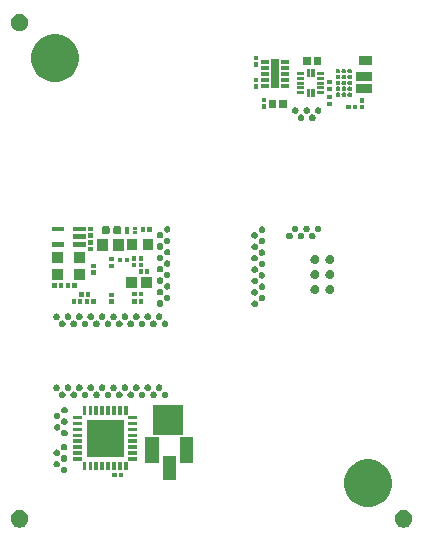
<source format=gbr>
G04 #@! TF.GenerationSoftware,KiCad,Pcbnew,(5.1.0)-1*
G04 #@! TF.CreationDate,2019-05-03T21:31:27-07:00*
G04 #@! TF.ProjectId,Miniscope-v4-PCB-fab-assembly_2,4d696e69-7363-46f7-9065-2d76342d5043,rev?*
G04 #@! TF.SameCoordinates,PX4b8e5e4PY51f011c*
G04 #@! TF.FileFunction,Soldermask,Top*
G04 #@! TF.FilePolarity,Negative*
%FSLAX46Y46*%
G04 Gerber Fmt 4.6, Leading zero omitted, Abs format (unit mm)*
G04 Created by KiCad (PCBNEW (5.1.0)-1) date 2019-05-03 21:31:27*
%MOMM*%
%LPD*%
G04 APERTURE LIST*
%ADD10C,0.100000*%
G04 APERTURE END LIST*
D10*
G36*
X34218768Y-42778822D02*
G01*
X34355258Y-42835358D01*
X34478099Y-42917438D01*
X34582562Y-43021901D01*
X34664642Y-43144742D01*
X34721178Y-43281232D01*
X34750000Y-43426131D01*
X34750000Y-43573869D01*
X34721178Y-43718768D01*
X34664642Y-43855258D01*
X34582562Y-43978099D01*
X34478099Y-44082562D01*
X34355258Y-44164642D01*
X34218768Y-44221178D01*
X34073869Y-44250000D01*
X33926131Y-44250000D01*
X33781232Y-44221178D01*
X33644742Y-44164642D01*
X33521901Y-44082562D01*
X33417438Y-43978099D01*
X33335358Y-43855258D01*
X33278822Y-43718768D01*
X33250000Y-43573869D01*
X33250000Y-43426131D01*
X33278822Y-43281232D01*
X33335358Y-43144742D01*
X33417438Y-43021901D01*
X33521901Y-42917438D01*
X33644742Y-42835358D01*
X33781232Y-42778822D01*
X33926131Y-42750000D01*
X34073869Y-42750000D01*
X34218768Y-42778822D01*
X34218768Y-42778822D01*
G37*
G36*
X1718768Y-42778822D02*
G01*
X1855258Y-42835358D01*
X1978099Y-42917438D01*
X2082562Y-43021901D01*
X2164642Y-43144742D01*
X2221178Y-43281232D01*
X2250000Y-43426131D01*
X2250000Y-43573869D01*
X2221178Y-43718768D01*
X2164642Y-43855258D01*
X2082562Y-43978099D01*
X1978099Y-44082562D01*
X1855258Y-44164642D01*
X1718768Y-44221178D01*
X1573869Y-44250000D01*
X1426131Y-44250000D01*
X1281232Y-44221178D01*
X1144742Y-44164642D01*
X1021901Y-44082562D01*
X917438Y-43978099D01*
X835358Y-43855258D01*
X778822Y-43718768D01*
X750000Y-43573869D01*
X750000Y-43426131D01*
X778822Y-43281232D01*
X835358Y-43144742D01*
X917438Y-43021901D01*
X1021901Y-42917438D01*
X1144742Y-42835358D01*
X1281232Y-42778822D01*
X1426131Y-42750000D01*
X1573869Y-42750000D01*
X1718768Y-42778822D01*
X1718768Y-42778822D01*
G37*
G36*
X31590788Y-38552435D02*
G01*
X31959387Y-38705113D01*
X32291119Y-38926770D01*
X32573230Y-39208881D01*
X32794887Y-39540613D01*
X32947565Y-39909212D01*
X33025400Y-40300515D01*
X33025400Y-40699485D01*
X32947565Y-41090788D01*
X32794887Y-41459387D01*
X32573230Y-41791119D01*
X32291119Y-42073230D01*
X31959387Y-42294887D01*
X31590788Y-42447565D01*
X31199485Y-42525400D01*
X30800515Y-42525400D01*
X30409212Y-42447565D01*
X30040613Y-42294887D01*
X29708881Y-42073230D01*
X29426770Y-41791119D01*
X29205113Y-41459387D01*
X29052435Y-41090788D01*
X28974600Y-40699485D01*
X28974600Y-40300515D01*
X29052435Y-39909212D01*
X29205113Y-39540613D01*
X29426770Y-39208881D01*
X29708881Y-38926770D01*
X30040613Y-38705113D01*
X30409212Y-38552435D01*
X30800515Y-38474600D01*
X31199485Y-38474600D01*
X31590788Y-38552435D01*
X31590788Y-38552435D01*
G37*
G36*
X14716620Y-40210600D02*
G01*
X13665820Y-40210600D01*
X13665820Y-38159800D01*
X14716620Y-38159800D01*
X14716620Y-40210600D01*
X14716620Y-40210600D01*
G37*
G36*
X9724600Y-39988800D02*
G01*
X9363800Y-39988800D01*
X9363800Y-39598000D01*
X9724600Y-39598000D01*
X9724600Y-39988800D01*
X9724600Y-39988800D01*
G37*
G36*
X10274600Y-39988800D02*
G01*
X9913800Y-39988800D01*
X9913800Y-39598000D01*
X10274600Y-39598000D01*
X10274600Y-39988800D01*
X10274600Y-39988800D01*
G37*
G36*
X5344619Y-39092937D02*
G01*
X5395466Y-39113998D01*
X5441229Y-39144576D01*
X5480144Y-39183491D01*
X5510722Y-39229254D01*
X5531783Y-39280101D01*
X5542520Y-39334081D01*
X5542520Y-39389119D01*
X5531783Y-39443099D01*
X5510722Y-39493946D01*
X5480144Y-39539709D01*
X5441229Y-39578624D01*
X5395466Y-39609202D01*
X5344619Y-39630263D01*
X5290639Y-39641000D01*
X5235601Y-39641000D01*
X5181621Y-39630263D01*
X5130774Y-39609202D01*
X5085011Y-39578624D01*
X5046096Y-39539709D01*
X5015518Y-39493946D01*
X4994457Y-39443099D01*
X4983720Y-39389119D01*
X4983720Y-39334081D01*
X4994457Y-39280101D01*
X5015518Y-39229254D01*
X5046096Y-39183491D01*
X5085011Y-39144576D01*
X5130774Y-39113998D01*
X5181621Y-39092937D01*
X5235601Y-39082200D01*
X5290639Y-39082200D01*
X5344619Y-39092937D01*
X5344619Y-39092937D01*
G37*
G36*
X8653400Y-39395000D02*
G01*
X8342600Y-39395000D01*
X8342600Y-38664200D01*
X8653400Y-38664200D01*
X8653400Y-39395000D01*
X8653400Y-39395000D01*
G37*
G36*
X9153400Y-39395000D02*
G01*
X8842600Y-39395000D01*
X8842600Y-38664200D01*
X9153400Y-38664200D01*
X9153400Y-39395000D01*
X9153400Y-39395000D01*
G37*
G36*
X9653400Y-39395000D02*
G01*
X9342600Y-39395000D01*
X9342600Y-38664200D01*
X9653400Y-38664200D01*
X9653400Y-39395000D01*
X9653400Y-39395000D01*
G37*
G36*
X10153400Y-39395000D02*
G01*
X9842600Y-39395000D01*
X9842600Y-38664200D01*
X10153400Y-38664200D01*
X10153400Y-39395000D01*
X10153400Y-39395000D01*
G37*
G36*
X10653400Y-39395000D02*
G01*
X10342600Y-39395000D01*
X10342600Y-38664200D01*
X10653400Y-38664200D01*
X10653400Y-39395000D01*
X10653400Y-39395000D01*
G37*
G36*
X7153400Y-39395000D02*
G01*
X6842600Y-39395000D01*
X6842600Y-38664200D01*
X7153400Y-38664200D01*
X7153400Y-39395000D01*
X7153400Y-39395000D01*
G37*
G36*
X7653400Y-39395000D02*
G01*
X7342600Y-39395000D01*
X7342600Y-38664200D01*
X7653400Y-38664200D01*
X7653400Y-39395000D01*
X7653400Y-39395000D01*
G37*
G36*
X8153400Y-39395000D02*
G01*
X7842600Y-39395000D01*
X7842600Y-38664200D01*
X8153400Y-38664200D01*
X8153400Y-39395000D01*
X8153400Y-39395000D01*
G37*
G36*
X4735019Y-38610337D02*
G01*
X4785866Y-38631398D01*
X4831629Y-38661976D01*
X4870544Y-38700891D01*
X4901122Y-38746654D01*
X4922183Y-38797501D01*
X4932920Y-38851481D01*
X4932920Y-38906519D01*
X4922183Y-38960499D01*
X4901122Y-39011346D01*
X4870544Y-39057109D01*
X4831629Y-39096024D01*
X4785866Y-39126602D01*
X4735019Y-39147663D01*
X4681039Y-39158400D01*
X4626001Y-39158400D01*
X4572021Y-39147663D01*
X4521174Y-39126602D01*
X4475411Y-39096024D01*
X4436496Y-39057109D01*
X4405918Y-39011346D01*
X4384857Y-38960499D01*
X4374120Y-38906519D01*
X4374120Y-38851481D01*
X4384857Y-38797501D01*
X4405918Y-38746654D01*
X4436496Y-38700891D01*
X4475411Y-38661976D01*
X4521174Y-38631398D01*
X4572021Y-38610337D01*
X4626001Y-38599600D01*
X4681039Y-38599600D01*
X4735019Y-38610337D01*
X4735019Y-38610337D01*
G37*
G36*
X13266620Y-38810600D02*
G01*
X12165820Y-38810600D01*
X12165820Y-36559800D01*
X13266620Y-36559800D01*
X13266620Y-38810600D01*
X13266620Y-38810600D01*
G37*
G36*
X16216620Y-38810600D02*
G01*
X15115820Y-38810600D01*
X15115820Y-36559800D01*
X16216620Y-36559800D01*
X16216620Y-38810600D01*
X16216620Y-38810600D01*
G37*
G36*
X5344619Y-38127738D02*
G01*
X5395466Y-38148799D01*
X5441229Y-38179377D01*
X5480144Y-38218292D01*
X5510722Y-38264055D01*
X5531783Y-38314902D01*
X5542520Y-38368882D01*
X5542520Y-38423920D01*
X5531783Y-38477900D01*
X5510722Y-38528747D01*
X5480144Y-38574510D01*
X5441229Y-38613425D01*
X5395466Y-38644003D01*
X5344619Y-38665064D01*
X5290639Y-38675801D01*
X5235601Y-38675801D01*
X5181621Y-38665064D01*
X5130774Y-38644003D01*
X5085011Y-38613425D01*
X5046096Y-38574510D01*
X5015518Y-38528747D01*
X4994457Y-38477900D01*
X4983720Y-38423920D01*
X4983720Y-38368882D01*
X4994457Y-38314902D01*
X5015518Y-38264055D01*
X5046096Y-38218292D01*
X5085011Y-38179377D01*
X5130774Y-38148799D01*
X5181621Y-38127738D01*
X5235601Y-38117001D01*
X5290639Y-38117001D01*
X5344619Y-38127738D01*
X5344619Y-38127738D01*
G37*
G36*
X6778400Y-38600000D02*
G01*
X6047600Y-38600000D01*
X6047600Y-38289200D01*
X6778400Y-38289200D01*
X6778400Y-38600000D01*
X6778400Y-38600000D01*
G37*
G36*
X11448400Y-38600000D02*
G01*
X10717600Y-38600000D01*
X10717600Y-38289200D01*
X11448400Y-38289200D01*
X11448400Y-38600000D01*
X11448400Y-38600000D01*
G37*
G36*
X10323400Y-38270000D02*
G01*
X7172600Y-38270000D01*
X7172600Y-35119200D01*
X10323400Y-35119200D01*
X10323400Y-38270000D01*
X10323400Y-38270000D01*
G37*
G36*
X4735019Y-37645138D02*
G01*
X4785866Y-37666199D01*
X4831629Y-37696777D01*
X4870544Y-37735692D01*
X4901122Y-37781455D01*
X4922183Y-37832302D01*
X4932920Y-37886282D01*
X4932920Y-37941320D01*
X4922183Y-37995300D01*
X4901122Y-38046147D01*
X4870544Y-38091910D01*
X4831629Y-38130825D01*
X4785866Y-38161403D01*
X4735019Y-38182464D01*
X4681039Y-38193201D01*
X4626001Y-38193201D01*
X4572021Y-38182464D01*
X4521174Y-38161403D01*
X4475411Y-38130825D01*
X4436496Y-38091910D01*
X4405918Y-38046147D01*
X4384857Y-37995300D01*
X4374120Y-37941320D01*
X4374120Y-37886282D01*
X4384857Y-37832302D01*
X4405918Y-37781455D01*
X4436496Y-37735692D01*
X4475411Y-37696777D01*
X4521174Y-37666199D01*
X4572021Y-37645138D01*
X4626001Y-37634401D01*
X4681039Y-37634401D01*
X4735019Y-37645138D01*
X4735019Y-37645138D01*
G37*
G36*
X6778400Y-38100000D02*
G01*
X6047600Y-38100000D01*
X6047600Y-37789200D01*
X6778400Y-37789200D01*
X6778400Y-38100000D01*
X6778400Y-38100000D01*
G37*
G36*
X11448400Y-38100000D02*
G01*
X10717600Y-38100000D01*
X10717600Y-37789200D01*
X11448400Y-37789200D01*
X11448400Y-38100000D01*
X11448400Y-38100000D01*
G37*
G36*
X5344619Y-37162539D02*
G01*
X5395466Y-37183600D01*
X5441229Y-37214178D01*
X5480144Y-37253093D01*
X5510722Y-37298856D01*
X5531783Y-37349703D01*
X5542520Y-37403683D01*
X5542520Y-37458721D01*
X5531783Y-37512701D01*
X5510722Y-37563548D01*
X5480144Y-37609311D01*
X5441229Y-37648226D01*
X5395466Y-37678804D01*
X5344619Y-37699865D01*
X5290639Y-37710602D01*
X5235601Y-37710602D01*
X5181621Y-37699865D01*
X5130774Y-37678804D01*
X5085011Y-37648226D01*
X5046096Y-37609311D01*
X5015518Y-37563548D01*
X4994457Y-37512701D01*
X4983720Y-37458721D01*
X4983720Y-37403683D01*
X4994457Y-37349703D01*
X5015518Y-37298856D01*
X5046096Y-37253093D01*
X5085011Y-37214178D01*
X5130774Y-37183600D01*
X5181621Y-37162539D01*
X5235601Y-37151802D01*
X5290639Y-37151802D01*
X5344619Y-37162539D01*
X5344619Y-37162539D01*
G37*
G36*
X6778400Y-37600000D02*
G01*
X6047600Y-37600000D01*
X6047600Y-37289200D01*
X6778400Y-37289200D01*
X6778400Y-37600000D01*
X6778400Y-37600000D01*
G37*
G36*
X11448400Y-37600000D02*
G01*
X10717600Y-37600000D01*
X10717600Y-37289200D01*
X11448400Y-37289200D01*
X11448400Y-37600000D01*
X11448400Y-37600000D01*
G37*
G36*
X6778400Y-37100000D02*
G01*
X6047600Y-37100000D01*
X6047600Y-36789200D01*
X6778400Y-36789200D01*
X6778400Y-37100000D01*
X6778400Y-37100000D01*
G37*
G36*
X11448400Y-37100000D02*
G01*
X10717600Y-37100000D01*
X10717600Y-36789200D01*
X11448400Y-36789200D01*
X11448400Y-37100000D01*
X11448400Y-37100000D01*
G37*
G36*
X11448400Y-36600000D02*
G01*
X10717600Y-36600000D01*
X10717600Y-36289200D01*
X11448400Y-36289200D01*
X11448400Y-36600000D01*
X11448400Y-36600000D01*
G37*
G36*
X6778400Y-36600000D02*
G01*
X6047600Y-36600000D01*
X6047600Y-36289200D01*
X6778400Y-36289200D01*
X6778400Y-36600000D01*
X6778400Y-36600000D01*
G37*
G36*
X5380179Y-35973817D02*
G01*
X5431026Y-35994878D01*
X5476789Y-36025456D01*
X5515704Y-36064371D01*
X5546282Y-36110134D01*
X5567343Y-36160981D01*
X5578080Y-36214961D01*
X5578080Y-36269999D01*
X5567343Y-36323979D01*
X5546282Y-36374826D01*
X5515704Y-36420589D01*
X5476789Y-36459504D01*
X5431026Y-36490082D01*
X5380179Y-36511143D01*
X5326199Y-36521880D01*
X5271161Y-36521880D01*
X5217181Y-36511143D01*
X5166334Y-36490082D01*
X5120571Y-36459504D01*
X5081656Y-36420589D01*
X5051078Y-36374826D01*
X5030017Y-36323979D01*
X5019280Y-36269999D01*
X5019280Y-36214961D01*
X5030017Y-36160981D01*
X5051078Y-36110134D01*
X5081656Y-36064371D01*
X5120571Y-36025456D01*
X5166334Y-35994878D01*
X5217181Y-35973817D01*
X5271161Y-35963080D01*
X5326199Y-35963080D01*
X5380179Y-35973817D01*
X5380179Y-35973817D01*
G37*
G36*
X15365020Y-36423140D02*
G01*
X12814220Y-36423140D01*
X12814220Y-33872340D01*
X15365020Y-33872340D01*
X15365020Y-36423140D01*
X15365020Y-36423140D01*
G37*
G36*
X6778400Y-36100000D02*
G01*
X6047600Y-36100000D01*
X6047600Y-35789200D01*
X6778400Y-35789200D01*
X6778400Y-36100000D01*
X6778400Y-36100000D01*
G37*
G36*
X11448400Y-36100000D02*
G01*
X10717600Y-36100000D01*
X10717600Y-35789200D01*
X11448400Y-35789200D01*
X11448400Y-36100000D01*
X11448400Y-36100000D01*
G37*
G36*
X4770579Y-35491217D02*
G01*
X4821426Y-35512278D01*
X4867189Y-35542856D01*
X4906104Y-35581771D01*
X4936682Y-35627534D01*
X4957743Y-35678381D01*
X4968480Y-35732361D01*
X4968480Y-35787399D01*
X4957743Y-35841379D01*
X4936682Y-35892226D01*
X4906104Y-35937989D01*
X4867189Y-35976904D01*
X4821426Y-36007482D01*
X4770579Y-36028543D01*
X4716599Y-36039280D01*
X4661561Y-36039280D01*
X4607581Y-36028543D01*
X4556734Y-36007482D01*
X4510971Y-35976904D01*
X4472056Y-35937989D01*
X4441478Y-35892226D01*
X4420417Y-35841379D01*
X4409680Y-35787399D01*
X4409680Y-35732361D01*
X4420417Y-35678381D01*
X4441478Y-35627534D01*
X4472056Y-35581771D01*
X4510971Y-35542856D01*
X4556734Y-35512278D01*
X4607581Y-35491217D01*
X4661561Y-35480480D01*
X4716599Y-35480480D01*
X4770579Y-35491217D01*
X4770579Y-35491217D01*
G37*
G36*
X6778400Y-35600000D02*
G01*
X6047600Y-35600000D01*
X6047600Y-35289200D01*
X6778400Y-35289200D01*
X6778400Y-35600000D01*
X6778400Y-35600000D01*
G37*
G36*
X11448400Y-35600000D02*
G01*
X10717600Y-35600000D01*
X10717600Y-35289200D01*
X11448400Y-35289200D01*
X11448400Y-35600000D01*
X11448400Y-35600000D01*
G37*
G36*
X5380179Y-35008618D02*
G01*
X5431026Y-35029679D01*
X5476789Y-35060257D01*
X5515704Y-35099172D01*
X5546282Y-35144935D01*
X5567343Y-35195782D01*
X5578080Y-35249762D01*
X5578080Y-35304800D01*
X5567343Y-35358780D01*
X5546282Y-35409627D01*
X5515704Y-35455390D01*
X5476789Y-35494305D01*
X5431026Y-35524883D01*
X5380179Y-35545944D01*
X5326199Y-35556681D01*
X5271161Y-35556681D01*
X5217181Y-35545944D01*
X5166334Y-35524883D01*
X5120571Y-35494305D01*
X5081656Y-35455390D01*
X5051078Y-35409627D01*
X5030017Y-35358780D01*
X5019280Y-35304800D01*
X5019280Y-35249762D01*
X5030017Y-35195782D01*
X5051078Y-35144935D01*
X5081656Y-35099172D01*
X5120571Y-35060257D01*
X5166334Y-35029679D01*
X5217181Y-35008618D01*
X5271161Y-34997881D01*
X5326199Y-34997881D01*
X5380179Y-35008618D01*
X5380179Y-35008618D01*
G37*
G36*
X6778400Y-35100000D02*
G01*
X6047600Y-35100000D01*
X6047600Y-34789200D01*
X6778400Y-34789200D01*
X6778400Y-35100000D01*
X6778400Y-35100000D01*
G37*
G36*
X11448400Y-35100000D02*
G01*
X10717600Y-35100000D01*
X10717600Y-34789200D01*
X11448400Y-34789200D01*
X11448400Y-35100000D01*
X11448400Y-35100000D01*
G37*
G36*
X4770579Y-34526018D02*
G01*
X4821426Y-34547079D01*
X4867189Y-34577657D01*
X4906104Y-34616572D01*
X4936682Y-34662335D01*
X4957743Y-34713182D01*
X4968480Y-34767162D01*
X4968480Y-34822200D01*
X4957743Y-34876180D01*
X4936682Y-34927027D01*
X4906104Y-34972790D01*
X4867189Y-35011705D01*
X4821426Y-35042283D01*
X4770579Y-35063344D01*
X4716599Y-35074081D01*
X4661561Y-35074081D01*
X4607581Y-35063344D01*
X4556734Y-35042283D01*
X4510971Y-35011705D01*
X4472056Y-34972790D01*
X4441478Y-34927027D01*
X4420417Y-34876180D01*
X4409680Y-34822200D01*
X4409680Y-34767162D01*
X4420417Y-34713182D01*
X4441478Y-34662335D01*
X4472056Y-34616572D01*
X4510971Y-34577657D01*
X4556734Y-34547079D01*
X4607581Y-34526018D01*
X4661561Y-34515281D01*
X4716599Y-34515281D01*
X4770579Y-34526018D01*
X4770579Y-34526018D01*
G37*
G36*
X7153400Y-34725000D02*
G01*
X6842600Y-34725000D01*
X6842600Y-33994200D01*
X7153400Y-33994200D01*
X7153400Y-34725000D01*
X7153400Y-34725000D01*
G37*
G36*
X7653400Y-34725000D02*
G01*
X7342600Y-34725000D01*
X7342600Y-33994200D01*
X7653400Y-33994200D01*
X7653400Y-34725000D01*
X7653400Y-34725000D01*
G37*
G36*
X8153400Y-34725000D02*
G01*
X7842600Y-34725000D01*
X7842600Y-33994200D01*
X8153400Y-33994200D01*
X8153400Y-34725000D01*
X8153400Y-34725000D01*
G37*
G36*
X8653400Y-34725000D02*
G01*
X8342600Y-34725000D01*
X8342600Y-33994200D01*
X8653400Y-33994200D01*
X8653400Y-34725000D01*
X8653400Y-34725000D01*
G37*
G36*
X9153400Y-34725000D02*
G01*
X8842600Y-34725000D01*
X8842600Y-33994200D01*
X9153400Y-33994200D01*
X9153400Y-34725000D01*
X9153400Y-34725000D01*
G37*
G36*
X9653400Y-34725000D02*
G01*
X9342600Y-34725000D01*
X9342600Y-33994200D01*
X9653400Y-33994200D01*
X9653400Y-34725000D01*
X9653400Y-34725000D01*
G37*
G36*
X10153400Y-34725000D02*
G01*
X9842600Y-34725000D01*
X9842600Y-33994200D01*
X10153400Y-33994200D01*
X10153400Y-34725000D01*
X10153400Y-34725000D01*
G37*
G36*
X10653400Y-34725000D02*
G01*
X10342600Y-34725000D01*
X10342600Y-33994200D01*
X10653400Y-33994200D01*
X10653400Y-34725000D01*
X10653400Y-34725000D01*
G37*
G36*
X5380179Y-34043419D02*
G01*
X5431026Y-34064480D01*
X5476789Y-34095058D01*
X5515704Y-34133973D01*
X5546282Y-34179736D01*
X5567343Y-34230583D01*
X5578080Y-34284563D01*
X5578080Y-34339601D01*
X5567343Y-34393581D01*
X5546282Y-34444428D01*
X5515704Y-34490191D01*
X5476789Y-34529106D01*
X5431026Y-34559684D01*
X5380179Y-34580745D01*
X5326199Y-34591482D01*
X5271161Y-34591482D01*
X5217181Y-34580745D01*
X5166334Y-34559684D01*
X5120571Y-34529106D01*
X5081656Y-34490191D01*
X5051078Y-34444428D01*
X5030017Y-34393581D01*
X5019280Y-34339601D01*
X5019280Y-34284563D01*
X5030017Y-34230583D01*
X5051078Y-34179736D01*
X5081656Y-34133973D01*
X5120571Y-34095058D01*
X5166334Y-34064480D01*
X5217181Y-34043419D01*
X5271161Y-34032682D01*
X5326199Y-34032682D01*
X5380179Y-34043419D01*
X5380179Y-34043419D01*
G37*
G36*
X11953697Y-32742937D02*
G01*
X12004544Y-32763998D01*
X12050307Y-32794576D01*
X12089222Y-32833491D01*
X12119800Y-32879254D01*
X12140861Y-32930101D01*
X12151598Y-32984081D01*
X12151598Y-33039119D01*
X12140861Y-33093099D01*
X12119800Y-33143946D01*
X12089222Y-33189709D01*
X12050307Y-33228624D01*
X12004544Y-33259202D01*
X11953697Y-33280263D01*
X11899717Y-33291000D01*
X11844679Y-33291000D01*
X11790699Y-33280263D01*
X11739852Y-33259202D01*
X11694089Y-33228624D01*
X11655174Y-33189709D01*
X11624596Y-33143946D01*
X11603535Y-33093099D01*
X11592798Y-33039119D01*
X11592798Y-32984081D01*
X11603535Y-32930101D01*
X11624596Y-32879254D01*
X11655174Y-32833491D01*
X11694089Y-32794576D01*
X11739852Y-32763998D01*
X11790699Y-32742937D01*
X11844679Y-32732200D01*
X11899717Y-32732200D01*
X11953697Y-32742937D01*
X11953697Y-32742937D01*
G37*
G36*
X13884095Y-32742937D02*
G01*
X13934942Y-32763998D01*
X13980705Y-32794576D01*
X14019620Y-32833491D01*
X14050198Y-32879254D01*
X14071259Y-32930101D01*
X14081996Y-32984081D01*
X14081996Y-33039119D01*
X14071259Y-33093099D01*
X14050198Y-33143946D01*
X14019620Y-33189709D01*
X13980705Y-33228624D01*
X13934942Y-33259202D01*
X13884095Y-33280263D01*
X13830115Y-33291000D01*
X13775077Y-33291000D01*
X13721097Y-33280263D01*
X13670250Y-33259202D01*
X13624487Y-33228624D01*
X13585572Y-33189709D01*
X13554994Y-33143946D01*
X13533933Y-33093099D01*
X13523196Y-33039119D01*
X13523196Y-32984081D01*
X13533933Y-32930101D01*
X13554994Y-32879254D01*
X13585572Y-32833491D01*
X13624487Y-32794576D01*
X13670250Y-32763998D01*
X13721097Y-32742937D01*
X13775077Y-32732200D01*
X13830115Y-32732200D01*
X13884095Y-32742937D01*
X13884095Y-32742937D01*
G37*
G36*
X12918896Y-32742937D02*
G01*
X12969743Y-32763998D01*
X13015506Y-32794576D01*
X13054421Y-32833491D01*
X13084999Y-32879254D01*
X13106060Y-32930101D01*
X13116797Y-32984081D01*
X13116797Y-33039119D01*
X13106060Y-33093099D01*
X13084999Y-33143946D01*
X13054421Y-33189709D01*
X13015506Y-33228624D01*
X12969743Y-33259202D01*
X12918896Y-33280263D01*
X12864916Y-33291000D01*
X12809878Y-33291000D01*
X12755898Y-33280263D01*
X12705051Y-33259202D01*
X12659288Y-33228624D01*
X12620373Y-33189709D01*
X12589795Y-33143946D01*
X12568734Y-33093099D01*
X12557997Y-33039119D01*
X12557997Y-32984081D01*
X12568734Y-32930101D01*
X12589795Y-32879254D01*
X12620373Y-32833491D01*
X12659288Y-32794576D01*
X12705051Y-32763998D01*
X12755898Y-32742937D01*
X12809878Y-32732200D01*
X12864916Y-32732200D01*
X12918896Y-32742937D01*
X12918896Y-32742937D01*
G37*
G36*
X10988498Y-32742937D02*
G01*
X11039345Y-32763998D01*
X11085108Y-32794576D01*
X11124023Y-32833491D01*
X11154601Y-32879254D01*
X11175662Y-32930101D01*
X11186399Y-32984081D01*
X11186399Y-33039119D01*
X11175662Y-33093099D01*
X11154601Y-33143946D01*
X11124023Y-33189709D01*
X11085108Y-33228624D01*
X11039345Y-33259202D01*
X10988498Y-33280263D01*
X10934518Y-33291000D01*
X10879480Y-33291000D01*
X10825500Y-33280263D01*
X10774653Y-33259202D01*
X10728890Y-33228624D01*
X10689975Y-33189709D01*
X10659397Y-33143946D01*
X10638336Y-33093099D01*
X10627599Y-33039119D01*
X10627599Y-32984081D01*
X10638336Y-32930101D01*
X10659397Y-32879254D01*
X10689975Y-32833491D01*
X10728890Y-32794576D01*
X10774653Y-32763998D01*
X10825500Y-32742937D01*
X10879480Y-32732200D01*
X10934518Y-32732200D01*
X10988498Y-32742937D01*
X10988498Y-32742937D01*
G37*
G36*
X10023299Y-32742937D02*
G01*
X10074146Y-32763998D01*
X10119909Y-32794576D01*
X10158824Y-32833491D01*
X10189402Y-32879254D01*
X10210463Y-32930101D01*
X10221200Y-32984081D01*
X10221200Y-33039119D01*
X10210463Y-33093099D01*
X10189402Y-33143946D01*
X10158824Y-33189709D01*
X10119909Y-33228624D01*
X10074146Y-33259202D01*
X10023299Y-33280263D01*
X9969319Y-33291000D01*
X9914281Y-33291000D01*
X9860301Y-33280263D01*
X9809454Y-33259202D01*
X9763691Y-33228624D01*
X9724776Y-33189709D01*
X9694198Y-33143946D01*
X9673137Y-33093099D01*
X9662400Y-33039119D01*
X9662400Y-32984081D01*
X9673137Y-32930101D01*
X9694198Y-32879254D01*
X9724776Y-32833491D01*
X9763691Y-32794576D01*
X9809454Y-32763998D01*
X9860301Y-32742937D01*
X9914281Y-32732200D01*
X9969319Y-32732200D01*
X10023299Y-32742937D01*
X10023299Y-32742937D01*
G37*
G36*
X9058100Y-32742937D02*
G01*
X9108947Y-32763998D01*
X9154710Y-32794576D01*
X9193625Y-32833491D01*
X9224203Y-32879254D01*
X9245264Y-32930101D01*
X9256001Y-32984081D01*
X9256001Y-33039119D01*
X9245264Y-33093099D01*
X9224203Y-33143946D01*
X9193625Y-33189709D01*
X9154710Y-33228624D01*
X9108947Y-33259202D01*
X9058100Y-33280263D01*
X9004120Y-33291000D01*
X8949082Y-33291000D01*
X8895102Y-33280263D01*
X8844255Y-33259202D01*
X8798492Y-33228624D01*
X8759577Y-33189709D01*
X8728999Y-33143946D01*
X8707938Y-33093099D01*
X8697201Y-33039119D01*
X8697201Y-32984081D01*
X8707938Y-32930101D01*
X8728999Y-32879254D01*
X8759577Y-32833491D01*
X8798492Y-32794576D01*
X8844255Y-32763998D01*
X8895102Y-32742937D01*
X8949082Y-32732200D01*
X9004120Y-32732200D01*
X9058100Y-32742937D01*
X9058100Y-32742937D01*
G37*
G36*
X8092901Y-32742937D02*
G01*
X8143748Y-32763998D01*
X8189511Y-32794576D01*
X8228426Y-32833491D01*
X8259004Y-32879254D01*
X8280065Y-32930101D01*
X8290802Y-32984081D01*
X8290802Y-33039119D01*
X8280065Y-33093099D01*
X8259004Y-33143946D01*
X8228426Y-33189709D01*
X8189511Y-33228624D01*
X8143748Y-33259202D01*
X8092901Y-33280263D01*
X8038921Y-33291000D01*
X7983883Y-33291000D01*
X7929903Y-33280263D01*
X7879056Y-33259202D01*
X7833293Y-33228624D01*
X7794378Y-33189709D01*
X7763800Y-33143946D01*
X7742739Y-33093099D01*
X7732002Y-33039119D01*
X7732002Y-32984081D01*
X7742739Y-32930101D01*
X7763800Y-32879254D01*
X7794378Y-32833491D01*
X7833293Y-32794576D01*
X7879056Y-32763998D01*
X7929903Y-32742937D01*
X7983883Y-32732200D01*
X8038921Y-32732200D01*
X8092901Y-32742937D01*
X8092901Y-32742937D01*
G37*
G36*
X7127702Y-32742937D02*
G01*
X7178549Y-32763998D01*
X7224312Y-32794576D01*
X7263227Y-32833491D01*
X7293805Y-32879254D01*
X7314866Y-32930101D01*
X7325603Y-32984081D01*
X7325603Y-33039119D01*
X7314866Y-33093099D01*
X7293805Y-33143946D01*
X7263227Y-33189709D01*
X7224312Y-33228624D01*
X7178549Y-33259202D01*
X7127702Y-33280263D01*
X7073722Y-33291000D01*
X7018684Y-33291000D01*
X6964704Y-33280263D01*
X6913857Y-33259202D01*
X6868094Y-33228624D01*
X6829179Y-33189709D01*
X6798601Y-33143946D01*
X6777540Y-33093099D01*
X6766803Y-33039119D01*
X6766803Y-32984081D01*
X6777540Y-32930101D01*
X6798601Y-32879254D01*
X6829179Y-32833491D01*
X6868094Y-32794576D01*
X6913857Y-32763998D01*
X6964704Y-32742937D01*
X7018684Y-32732200D01*
X7073722Y-32732200D01*
X7127702Y-32742937D01*
X7127702Y-32742937D01*
G37*
G36*
X6162503Y-32742937D02*
G01*
X6213350Y-32763998D01*
X6259113Y-32794576D01*
X6298028Y-32833491D01*
X6328606Y-32879254D01*
X6349667Y-32930101D01*
X6360404Y-32984081D01*
X6360404Y-33039119D01*
X6349667Y-33093099D01*
X6328606Y-33143946D01*
X6298028Y-33189709D01*
X6259113Y-33228624D01*
X6213350Y-33259202D01*
X6162503Y-33280263D01*
X6108523Y-33291000D01*
X6053485Y-33291000D01*
X5999505Y-33280263D01*
X5948658Y-33259202D01*
X5902895Y-33228624D01*
X5863980Y-33189709D01*
X5833402Y-33143946D01*
X5812341Y-33093099D01*
X5801604Y-33039119D01*
X5801604Y-32984081D01*
X5812341Y-32930101D01*
X5833402Y-32879254D01*
X5863980Y-32833491D01*
X5902895Y-32794576D01*
X5948658Y-32763998D01*
X5999505Y-32742937D01*
X6053485Y-32732200D01*
X6108523Y-32732200D01*
X6162503Y-32742937D01*
X6162503Y-32742937D01*
G37*
G36*
X5197304Y-32742937D02*
G01*
X5248151Y-32763998D01*
X5293914Y-32794576D01*
X5332829Y-32833491D01*
X5363407Y-32879254D01*
X5384468Y-32930101D01*
X5395205Y-32984081D01*
X5395205Y-33039119D01*
X5384468Y-33093099D01*
X5363407Y-33143946D01*
X5332829Y-33189709D01*
X5293914Y-33228624D01*
X5248151Y-33259202D01*
X5197304Y-33280263D01*
X5143324Y-33291000D01*
X5088286Y-33291000D01*
X5034306Y-33280263D01*
X4983459Y-33259202D01*
X4937696Y-33228624D01*
X4898781Y-33189709D01*
X4868203Y-33143946D01*
X4847142Y-33093099D01*
X4836405Y-33039119D01*
X4836405Y-32984081D01*
X4847142Y-32930101D01*
X4868203Y-32879254D01*
X4898781Y-32833491D01*
X4937696Y-32794576D01*
X4983459Y-32763998D01*
X5034306Y-32742937D01*
X5088286Y-32732200D01*
X5143324Y-32732200D01*
X5197304Y-32742937D01*
X5197304Y-32742937D01*
G37*
G36*
X5679904Y-32133337D02*
G01*
X5730751Y-32154398D01*
X5776514Y-32184976D01*
X5815429Y-32223891D01*
X5846007Y-32269654D01*
X5867068Y-32320501D01*
X5877805Y-32374481D01*
X5877805Y-32429519D01*
X5867068Y-32483499D01*
X5846007Y-32534346D01*
X5815429Y-32580109D01*
X5776514Y-32619024D01*
X5730751Y-32649602D01*
X5679904Y-32670663D01*
X5625924Y-32681400D01*
X5570886Y-32681400D01*
X5516906Y-32670663D01*
X5466059Y-32649602D01*
X5420296Y-32619024D01*
X5381381Y-32580109D01*
X5350803Y-32534346D01*
X5329742Y-32483499D01*
X5319005Y-32429519D01*
X5319005Y-32374481D01*
X5329742Y-32320501D01*
X5350803Y-32269654D01*
X5381381Y-32223891D01*
X5420296Y-32184976D01*
X5466059Y-32154398D01*
X5516906Y-32133337D01*
X5570886Y-32122600D01*
X5625924Y-32122600D01*
X5679904Y-32133337D01*
X5679904Y-32133337D01*
G37*
G36*
X4714705Y-32133337D02*
G01*
X4765552Y-32154398D01*
X4811315Y-32184976D01*
X4850230Y-32223891D01*
X4880808Y-32269654D01*
X4901869Y-32320501D01*
X4912606Y-32374481D01*
X4912606Y-32429519D01*
X4901869Y-32483499D01*
X4880808Y-32534346D01*
X4850230Y-32580109D01*
X4811315Y-32619024D01*
X4765552Y-32649602D01*
X4714705Y-32670663D01*
X4660725Y-32681400D01*
X4605687Y-32681400D01*
X4551707Y-32670663D01*
X4500860Y-32649602D01*
X4455097Y-32619024D01*
X4416182Y-32580109D01*
X4385604Y-32534346D01*
X4364543Y-32483499D01*
X4353806Y-32429519D01*
X4353806Y-32374481D01*
X4364543Y-32320501D01*
X4385604Y-32269654D01*
X4416182Y-32223891D01*
X4455097Y-32184976D01*
X4500860Y-32154398D01*
X4551707Y-32133337D01*
X4605687Y-32122600D01*
X4660725Y-32122600D01*
X4714705Y-32133337D01*
X4714705Y-32133337D01*
G37*
G36*
X6645103Y-32133337D02*
G01*
X6695950Y-32154398D01*
X6741713Y-32184976D01*
X6780628Y-32223891D01*
X6811206Y-32269654D01*
X6832267Y-32320501D01*
X6843004Y-32374481D01*
X6843004Y-32429519D01*
X6832267Y-32483499D01*
X6811206Y-32534346D01*
X6780628Y-32580109D01*
X6741713Y-32619024D01*
X6695950Y-32649602D01*
X6645103Y-32670663D01*
X6591123Y-32681400D01*
X6536085Y-32681400D01*
X6482105Y-32670663D01*
X6431258Y-32649602D01*
X6385495Y-32619024D01*
X6346580Y-32580109D01*
X6316002Y-32534346D01*
X6294941Y-32483499D01*
X6284204Y-32429519D01*
X6284204Y-32374481D01*
X6294941Y-32320501D01*
X6316002Y-32269654D01*
X6346580Y-32223891D01*
X6385495Y-32184976D01*
X6431258Y-32154398D01*
X6482105Y-32133337D01*
X6536085Y-32122600D01*
X6591123Y-32122600D01*
X6645103Y-32133337D01*
X6645103Y-32133337D01*
G37*
G36*
X9540700Y-32133337D02*
G01*
X9591547Y-32154398D01*
X9637310Y-32184976D01*
X9676225Y-32223891D01*
X9706803Y-32269654D01*
X9727864Y-32320501D01*
X9738601Y-32374481D01*
X9738601Y-32429519D01*
X9727864Y-32483499D01*
X9706803Y-32534346D01*
X9676225Y-32580109D01*
X9637310Y-32619024D01*
X9591547Y-32649602D01*
X9540700Y-32670663D01*
X9486720Y-32681400D01*
X9431682Y-32681400D01*
X9377702Y-32670663D01*
X9326855Y-32649602D01*
X9281092Y-32619024D01*
X9242177Y-32580109D01*
X9211599Y-32534346D01*
X9190538Y-32483499D01*
X9179801Y-32429519D01*
X9179801Y-32374481D01*
X9190538Y-32320501D01*
X9211599Y-32269654D01*
X9242177Y-32223891D01*
X9281092Y-32184976D01*
X9326855Y-32154398D01*
X9377702Y-32133337D01*
X9431682Y-32122600D01*
X9486720Y-32122600D01*
X9540700Y-32133337D01*
X9540700Y-32133337D01*
G37*
G36*
X7610302Y-32133337D02*
G01*
X7661149Y-32154398D01*
X7706912Y-32184976D01*
X7745827Y-32223891D01*
X7776405Y-32269654D01*
X7797466Y-32320501D01*
X7808203Y-32374481D01*
X7808203Y-32429519D01*
X7797466Y-32483499D01*
X7776405Y-32534346D01*
X7745827Y-32580109D01*
X7706912Y-32619024D01*
X7661149Y-32649602D01*
X7610302Y-32670663D01*
X7556322Y-32681400D01*
X7501284Y-32681400D01*
X7447304Y-32670663D01*
X7396457Y-32649602D01*
X7350694Y-32619024D01*
X7311779Y-32580109D01*
X7281201Y-32534346D01*
X7260140Y-32483499D01*
X7249403Y-32429519D01*
X7249403Y-32374481D01*
X7260140Y-32320501D01*
X7281201Y-32269654D01*
X7311779Y-32223891D01*
X7350694Y-32184976D01*
X7396457Y-32154398D01*
X7447304Y-32133337D01*
X7501284Y-32122600D01*
X7556322Y-32122600D01*
X7610302Y-32133337D01*
X7610302Y-32133337D01*
G37*
G36*
X12436297Y-32133337D02*
G01*
X12487144Y-32154398D01*
X12532907Y-32184976D01*
X12571822Y-32223891D01*
X12602400Y-32269654D01*
X12623461Y-32320501D01*
X12634198Y-32374481D01*
X12634198Y-32429519D01*
X12623461Y-32483499D01*
X12602400Y-32534346D01*
X12571822Y-32580109D01*
X12532907Y-32619024D01*
X12487144Y-32649602D01*
X12436297Y-32670663D01*
X12382317Y-32681400D01*
X12327279Y-32681400D01*
X12273299Y-32670663D01*
X12222452Y-32649602D01*
X12176689Y-32619024D01*
X12137774Y-32580109D01*
X12107196Y-32534346D01*
X12086135Y-32483499D01*
X12075398Y-32429519D01*
X12075398Y-32374481D01*
X12086135Y-32320501D01*
X12107196Y-32269654D01*
X12137774Y-32223891D01*
X12176689Y-32184976D01*
X12222452Y-32154398D01*
X12273299Y-32133337D01*
X12327279Y-32122600D01*
X12382317Y-32122600D01*
X12436297Y-32133337D01*
X12436297Y-32133337D01*
G37*
G36*
X8575501Y-32133337D02*
G01*
X8626348Y-32154398D01*
X8672111Y-32184976D01*
X8711026Y-32223891D01*
X8741604Y-32269654D01*
X8762665Y-32320501D01*
X8773402Y-32374481D01*
X8773402Y-32429519D01*
X8762665Y-32483499D01*
X8741604Y-32534346D01*
X8711026Y-32580109D01*
X8672111Y-32619024D01*
X8626348Y-32649602D01*
X8575501Y-32670663D01*
X8521521Y-32681400D01*
X8466483Y-32681400D01*
X8412503Y-32670663D01*
X8361656Y-32649602D01*
X8315893Y-32619024D01*
X8276978Y-32580109D01*
X8246400Y-32534346D01*
X8225339Y-32483499D01*
X8214602Y-32429519D01*
X8214602Y-32374481D01*
X8225339Y-32320501D01*
X8246400Y-32269654D01*
X8276978Y-32223891D01*
X8315893Y-32184976D01*
X8361656Y-32154398D01*
X8412503Y-32133337D01*
X8466483Y-32122600D01*
X8521521Y-32122600D01*
X8575501Y-32133337D01*
X8575501Y-32133337D01*
G37*
G36*
X11471098Y-32133337D02*
G01*
X11521945Y-32154398D01*
X11567708Y-32184976D01*
X11606623Y-32223891D01*
X11637201Y-32269654D01*
X11658262Y-32320501D01*
X11668999Y-32374481D01*
X11668999Y-32429519D01*
X11658262Y-32483499D01*
X11637201Y-32534346D01*
X11606623Y-32580109D01*
X11567708Y-32619024D01*
X11521945Y-32649602D01*
X11471098Y-32670663D01*
X11417118Y-32681400D01*
X11362080Y-32681400D01*
X11308100Y-32670663D01*
X11257253Y-32649602D01*
X11211490Y-32619024D01*
X11172575Y-32580109D01*
X11141997Y-32534346D01*
X11120936Y-32483499D01*
X11110199Y-32429519D01*
X11110199Y-32374481D01*
X11120936Y-32320501D01*
X11141997Y-32269654D01*
X11172575Y-32223891D01*
X11211490Y-32184976D01*
X11257253Y-32154398D01*
X11308100Y-32133337D01*
X11362080Y-32122600D01*
X11417118Y-32122600D01*
X11471098Y-32133337D01*
X11471098Y-32133337D01*
G37*
G36*
X13401496Y-32133337D02*
G01*
X13452343Y-32154398D01*
X13498106Y-32184976D01*
X13537021Y-32223891D01*
X13567599Y-32269654D01*
X13588660Y-32320501D01*
X13599397Y-32374481D01*
X13599397Y-32429519D01*
X13588660Y-32483499D01*
X13567599Y-32534346D01*
X13537021Y-32580109D01*
X13498106Y-32619024D01*
X13452343Y-32649602D01*
X13401496Y-32670663D01*
X13347516Y-32681400D01*
X13292478Y-32681400D01*
X13238498Y-32670663D01*
X13187651Y-32649602D01*
X13141888Y-32619024D01*
X13102973Y-32580109D01*
X13072395Y-32534346D01*
X13051334Y-32483499D01*
X13040597Y-32429519D01*
X13040597Y-32374481D01*
X13051334Y-32320501D01*
X13072395Y-32269654D01*
X13102973Y-32223891D01*
X13141888Y-32184976D01*
X13187651Y-32154398D01*
X13238498Y-32133337D01*
X13292478Y-32122600D01*
X13347516Y-32122600D01*
X13401496Y-32133337D01*
X13401496Y-32133337D01*
G37*
G36*
X10505899Y-32133337D02*
G01*
X10556746Y-32154398D01*
X10602509Y-32184976D01*
X10641424Y-32223891D01*
X10672002Y-32269654D01*
X10693063Y-32320501D01*
X10703800Y-32374481D01*
X10703800Y-32429519D01*
X10693063Y-32483499D01*
X10672002Y-32534346D01*
X10641424Y-32580109D01*
X10602509Y-32619024D01*
X10556746Y-32649602D01*
X10505899Y-32670663D01*
X10451919Y-32681400D01*
X10396881Y-32681400D01*
X10342901Y-32670663D01*
X10292054Y-32649602D01*
X10246291Y-32619024D01*
X10207376Y-32580109D01*
X10176798Y-32534346D01*
X10155737Y-32483499D01*
X10145000Y-32429519D01*
X10145000Y-32374481D01*
X10155737Y-32320501D01*
X10176798Y-32269654D01*
X10207376Y-32223891D01*
X10246291Y-32184976D01*
X10292054Y-32154398D01*
X10342901Y-32133337D01*
X10396881Y-32122600D01*
X10451919Y-32122600D01*
X10505899Y-32133337D01*
X10505899Y-32133337D01*
G37*
G36*
X12916300Y-26731337D02*
G01*
X12967147Y-26752398D01*
X13012910Y-26782976D01*
X13051825Y-26821891D01*
X13082403Y-26867654D01*
X13103464Y-26918501D01*
X13114201Y-26972481D01*
X13114201Y-27027519D01*
X13103464Y-27081499D01*
X13082403Y-27132346D01*
X13051825Y-27178109D01*
X13012910Y-27217024D01*
X12967147Y-27247602D01*
X12916300Y-27268663D01*
X12862320Y-27279400D01*
X12807282Y-27279400D01*
X12753302Y-27268663D01*
X12702455Y-27247602D01*
X12656692Y-27217024D01*
X12617777Y-27178109D01*
X12587199Y-27132346D01*
X12566138Y-27081499D01*
X12555401Y-27027519D01*
X12555401Y-26972481D01*
X12566138Y-26918501D01*
X12587199Y-26867654D01*
X12617777Y-26821891D01*
X12656692Y-26782976D01*
X12702455Y-26752398D01*
X12753302Y-26731337D01*
X12807282Y-26720600D01*
X12862320Y-26720600D01*
X12916300Y-26731337D01*
X12916300Y-26731337D01*
G37*
G36*
X10020703Y-26731337D02*
G01*
X10071550Y-26752398D01*
X10117313Y-26782976D01*
X10156228Y-26821891D01*
X10186806Y-26867654D01*
X10207867Y-26918501D01*
X10218604Y-26972481D01*
X10218604Y-27027519D01*
X10207867Y-27081499D01*
X10186806Y-27132346D01*
X10156228Y-27178109D01*
X10117313Y-27217024D01*
X10071550Y-27247602D01*
X10020703Y-27268663D01*
X9966723Y-27279400D01*
X9911685Y-27279400D01*
X9857705Y-27268663D01*
X9806858Y-27247602D01*
X9761095Y-27217024D01*
X9722180Y-27178109D01*
X9691602Y-27132346D01*
X9670541Y-27081499D01*
X9659804Y-27027519D01*
X9659804Y-26972481D01*
X9670541Y-26918501D01*
X9691602Y-26867654D01*
X9722180Y-26821891D01*
X9761095Y-26782976D01*
X9806858Y-26752398D01*
X9857705Y-26731337D01*
X9911685Y-26720600D01*
X9966723Y-26720600D01*
X10020703Y-26731337D01*
X10020703Y-26731337D01*
G37*
G36*
X10985902Y-26731337D02*
G01*
X11036749Y-26752398D01*
X11082512Y-26782976D01*
X11121427Y-26821891D01*
X11152005Y-26867654D01*
X11173066Y-26918501D01*
X11183803Y-26972481D01*
X11183803Y-27027519D01*
X11173066Y-27081499D01*
X11152005Y-27132346D01*
X11121427Y-27178109D01*
X11082512Y-27217024D01*
X11036749Y-27247602D01*
X10985902Y-27268663D01*
X10931922Y-27279400D01*
X10876884Y-27279400D01*
X10822904Y-27268663D01*
X10772057Y-27247602D01*
X10726294Y-27217024D01*
X10687379Y-27178109D01*
X10656801Y-27132346D01*
X10635740Y-27081499D01*
X10625003Y-27027519D01*
X10625003Y-26972481D01*
X10635740Y-26918501D01*
X10656801Y-26867654D01*
X10687379Y-26821891D01*
X10726294Y-26782976D01*
X10772057Y-26752398D01*
X10822904Y-26731337D01*
X10876884Y-26720600D01*
X10931922Y-26720600D01*
X10985902Y-26731337D01*
X10985902Y-26731337D01*
G37*
G36*
X11951101Y-26731337D02*
G01*
X12001948Y-26752398D01*
X12047711Y-26782976D01*
X12086626Y-26821891D01*
X12117204Y-26867654D01*
X12138265Y-26918501D01*
X12149002Y-26972481D01*
X12149002Y-27027519D01*
X12138265Y-27081499D01*
X12117204Y-27132346D01*
X12086626Y-27178109D01*
X12047711Y-27217024D01*
X12001948Y-27247602D01*
X11951101Y-27268663D01*
X11897121Y-27279400D01*
X11842083Y-27279400D01*
X11788103Y-27268663D01*
X11737256Y-27247602D01*
X11691493Y-27217024D01*
X11652578Y-27178109D01*
X11622000Y-27132346D01*
X11600939Y-27081499D01*
X11590202Y-27027519D01*
X11590202Y-26972481D01*
X11600939Y-26918501D01*
X11622000Y-26867654D01*
X11652578Y-26821891D01*
X11691493Y-26782976D01*
X11737256Y-26752398D01*
X11788103Y-26731337D01*
X11842083Y-26720600D01*
X11897121Y-26720600D01*
X11951101Y-26731337D01*
X11951101Y-26731337D01*
G37*
G36*
X13881499Y-26731337D02*
G01*
X13932346Y-26752398D01*
X13978109Y-26782976D01*
X14017024Y-26821891D01*
X14047602Y-26867654D01*
X14068663Y-26918501D01*
X14079400Y-26972481D01*
X14079400Y-27027519D01*
X14068663Y-27081499D01*
X14047602Y-27132346D01*
X14017024Y-27178109D01*
X13978109Y-27217024D01*
X13932346Y-27247602D01*
X13881499Y-27268663D01*
X13827519Y-27279400D01*
X13772481Y-27279400D01*
X13718501Y-27268663D01*
X13667654Y-27247602D01*
X13621891Y-27217024D01*
X13582976Y-27178109D01*
X13552398Y-27132346D01*
X13531337Y-27081499D01*
X13520600Y-27027519D01*
X13520600Y-26972481D01*
X13531337Y-26918501D01*
X13552398Y-26867654D01*
X13582976Y-26821891D01*
X13621891Y-26782976D01*
X13667654Y-26752398D01*
X13718501Y-26731337D01*
X13772481Y-26720600D01*
X13827519Y-26720600D01*
X13881499Y-26731337D01*
X13881499Y-26731337D01*
G37*
G36*
X9055504Y-26731337D02*
G01*
X9106351Y-26752398D01*
X9152114Y-26782976D01*
X9191029Y-26821891D01*
X9221607Y-26867654D01*
X9242668Y-26918501D01*
X9253405Y-26972481D01*
X9253405Y-27027519D01*
X9242668Y-27081499D01*
X9221607Y-27132346D01*
X9191029Y-27178109D01*
X9152114Y-27217024D01*
X9106351Y-27247602D01*
X9055504Y-27268663D01*
X9001524Y-27279400D01*
X8946486Y-27279400D01*
X8892506Y-27268663D01*
X8841659Y-27247602D01*
X8795896Y-27217024D01*
X8756981Y-27178109D01*
X8726403Y-27132346D01*
X8705342Y-27081499D01*
X8694605Y-27027519D01*
X8694605Y-26972481D01*
X8705342Y-26918501D01*
X8726403Y-26867654D01*
X8756981Y-26821891D01*
X8795896Y-26782976D01*
X8841659Y-26752398D01*
X8892506Y-26731337D01*
X8946486Y-26720600D01*
X9001524Y-26720600D01*
X9055504Y-26731337D01*
X9055504Y-26731337D01*
G37*
G36*
X8090305Y-26731337D02*
G01*
X8141152Y-26752398D01*
X8186915Y-26782976D01*
X8225830Y-26821891D01*
X8256408Y-26867654D01*
X8277469Y-26918501D01*
X8288206Y-26972481D01*
X8288206Y-27027519D01*
X8277469Y-27081499D01*
X8256408Y-27132346D01*
X8225830Y-27178109D01*
X8186915Y-27217024D01*
X8141152Y-27247602D01*
X8090305Y-27268663D01*
X8036325Y-27279400D01*
X7981287Y-27279400D01*
X7927307Y-27268663D01*
X7876460Y-27247602D01*
X7830697Y-27217024D01*
X7791782Y-27178109D01*
X7761204Y-27132346D01*
X7740143Y-27081499D01*
X7729406Y-27027519D01*
X7729406Y-26972481D01*
X7740143Y-26918501D01*
X7761204Y-26867654D01*
X7791782Y-26821891D01*
X7830697Y-26782976D01*
X7876460Y-26752398D01*
X7927307Y-26731337D01*
X7981287Y-26720600D01*
X8036325Y-26720600D01*
X8090305Y-26731337D01*
X8090305Y-26731337D01*
G37*
G36*
X7125106Y-26731337D02*
G01*
X7175953Y-26752398D01*
X7221716Y-26782976D01*
X7260631Y-26821891D01*
X7291209Y-26867654D01*
X7312270Y-26918501D01*
X7323007Y-26972481D01*
X7323007Y-27027519D01*
X7312270Y-27081499D01*
X7291209Y-27132346D01*
X7260631Y-27178109D01*
X7221716Y-27217024D01*
X7175953Y-27247602D01*
X7125106Y-27268663D01*
X7071126Y-27279400D01*
X7016088Y-27279400D01*
X6962108Y-27268663D01*
X6911261Y-27247602D01*
X6865498Y-27217024D01*
X6826583Y-27178109D01*
X6796005Y-27132346D01*
X6774944Y-27081499D01*
X6764207Y-27027519D01*
X6764207Y-26972481D01*
X6774944Y-26918501D01*
X6796005Y-26867654D01*
X6826583Y-26821891D01*
X6865498Y-26782976D01*
X6911261Y-26752398D01*
X6962108Y-26731337D01*
X7016088Y-26720600D01*
X7071126Y-26720600D01*
X7125106Y-26731337D01*
X7125106Y-26731337D01*
G37*
G36*
X6159907Y-26731337D02*
G01*
X6210754Y-26752398D01*
X6256517Y-26782976D01*
X6295432Y-26821891D01*
X6326010Y-26867654D01*
X6347071Y-26918501D01*
X6357808Y-26972481D01*
X6357808Y-27027519D01*
X6347071Y-27081499D01*
X6326010Y-27132346D01*
X6295432Y-27178109D01*
X6256517Y-27217024D01*
X6210754Y-27247602D01*
X6159907Y-27268663D01*
X6105927Y-27279400D01*
X6050889Y-27279400D01*
X5996909Y-27268663D01*
X5946062Y-27247602D01*
X5900299Y-27217024D01*
X5861384Y-27178109D01*
X5830806Y-27132346D01*
X5809745Y-27081499D01*
X5799008Y-27027519D01*
X5799008Y-26972481D01*
X5809745Y-26918501D01*
X5830806Y-26867654D01*
X5861384Y-26821891D01*
X5900299Y-26782976D01*
X5946062Y-26752398D01*
X5996909Y-26731337D01*
X6050889Y-26720600D01*
X6105927Y-26720600D01*
X6159907Y-26731337D01*
X6159907Y-26731337D01*
G37*
G36*
X5194708Y-26731337D02*
G01*
X5245555Y-26752398D01*
X5291318Y-26782976D01*
X5330233Y-26821891D01*
X5360811Y-26867654D01*
X5381872Y-26918501D01*
X5392609Y-26972481D01*
X5392609Y-27027519D01*
X5381872Y-27081499D01*
X5360811Y-27132346D01*
X5330233Y-27178109D01*
X5291318Y-27217024D01*
X5245555Y-27247602D01*
X5194708Y-27268663D01*
X5140728Y-27279400D01*
X5085690Y-27279400D01*
X5031710Y-27268663D01*
X4980863Y-27247602D01*
X4935100Y-27217024D01*
X4896185Y-27178109D01*
X4865607Y-27132346D01*
X4844546Y-27081499D01*
X4833809Y-27027519D01*
X4833809Y-26972481D01*
X4844546Y-26918501D01*
X4865607Y-26867654D01*
X4896185Y-26821891D01*
X4935100Y-26782976D01*
X4980863Y-26752398D01*
X5031710Y-26731337D01*
X5085690Y-26720600D01*
X5140728Y-26720600D01*
X5194708Y-26731337D01*
X5194708Y-26731337D01*
G37*
G36*
X10503303Y-26121737D02*
G01*
X10554150Y-26142798D01*
X10599913Y-26173376D01*
X10638828Y-26212291D01*
X10669406Y-26258054D01*
X10690467Y-26308901D01*
X10701204Y-26362881D01*
X10701204Y-26417919D01*
X10690467Y-26471899D01*
X10669406Y-26522746D01*
X10638828Y-26568509D01*
X10599913Y-26607424D01*
X10554150Y-26638002D01*
X10503303Y-26659063D01*
X10449323Y-26669800D01*
X10394285Y-26669800D01*
X10340305Y-26659063D01*
X10289458Y-26638002D01*
X10243695Y-26607424D01*
X10204780Y-26568509D01*
X10174202Y-26522746D01*
X10153141Y-26471899D01*
X10142404Y-26417919D01*
X10142404Y-26362881D01*
X10153141Y-26308901D01*
X10174202Y-26258054D01*
X10204780Y-26212291D01*
X10243695Y-26173376D01*
X10289458Y-26142798D01*
X10340305Y-26121737D01*
X10394285Y-26111000D01*
X10449323Y-26111000D01*
X10503303Y-26121737D01*
X10503303Y-26121737D01*
G37*
G36*
X4712109Y-26121737D02*
G01*
X4762956Y-26142798D01*
X4808719Y-26173376D01*
X4847634Y-26212291D01*
X4878212Y-26258054D01*
X4899273Y-26308901D01*
X4910010Y-26362881D01*
X4910010Y-26417919D01*
X4899273Y-26471899D01*
X4878212Y-26522746D01*
X4847634Y-26568509D01*
X4808719Y-26607424D01*
X4762956Y-26638002D01*
X4712109Y-26659063D01*
X4658129Y-26669800D01*
X4603091Y-26669800D01*
X4549111Y-26659063D01*
X4498264Y-26638002D01*
X4452501Y-26607424D01*
X4413586Y-26568509D01*
X4383008Y-26522746D01*
X4361947Y-26471899D01*
X4351210Y-26417919D01*
X4351210Y-26362881D01*
X4361947Y-26308901D01*
X4383008Y-26258054D01*
X4413586Y-26212291D01*
X4452501Y-26173376D01*
X4498264Y-26142798D01*
X4549111Y-26121737D01*
X4603091Y-26111000D01*
X4658129Y-26111000D01*
X4712109Y-26121737D01*
X4712109Y-26121737D01*
G37*
G36*
X6642507Y-26121737D02*
G01*
X6693354Y-26142798D01*
X6739117Y-26173376D01*
X6778032Y-26212291D01*
X6808610Y-26258054D01*
X6829671Y-26308901D01*
X6840408Y-26362881D01*
X6840408Y-26417919D01*
X6829671Y-26471899D01*
X6808610Y-26522746D01*
X6778032Y-26568509D01*
X6739117Y-26607424D01*
X6693354Y-26638002D01*
X6642507Y-26659063D01*
X6588527Y-26669800D01*
X6533489Y-26669800D01*
X6479509Y-26659063D01*
X6428662Y-26638002D01*
X6382899Y-26607424D01*
X6343984Y-26568509D01*
X6313406Y-26522746D01*
X6292345Y-26471899D01*
X6281608Y-26417919D01*
X6281608Y-26362881D01*
X6292345Y-26308901D01*
X6313406Y-26258054D01*
X6343984Y-26212291D01*
X6382899Y-26173376D01*
X6428662Y-26142798D01*
X6479509Y-26121737D01*
X6533489Y-26111000D01*
X6588527Y-26111000D01*
X6642507Y-26121737D01*
X6642507Y-26121737D01*
G37*
G36*
X5677308Y-26121737D02*
G01*
X5728155Y-26142798D01*
X5773918Y-26173376D01*
X5812833Y-26212291D01*
X5843411Y-26258054D01*
X5864472Y-26308901D01*
X5875209Y-26362881D01*
X5875209Y-26417919D01*
X5864472Y-26471899D01*
X5843411Y-26522746D01*
X5812833Y-26568509D01*
X5773918Y-26607424D01*
X5728155Y-26638002D01*
X5677308Y-26659063D01*
X5623328Y-26669800D01*
X5568290Y-26669800D01*
X5514310Y-26659063D01*
X5463463Y-26638002D01*
X5417700Y-26607424D01*
X5378785Y-26568509D01*
X5348207Y-26522746D01*
X5327146Y-26471899D01*
X5316409Y-26417919D01*
X5316409Y-26362881D01*
X5327146Y-26308901D01*
X5348207Y-26258054D01*
X5378785Y-26212291D01*
X5417700Y-26173376D01*
X5463463Y-26142798D01*
X5514310Y-26121737D01*
X5568290Y-26111000D01*
X5623328Y-26111000D01*
X5677308Y-26121737D01*
X5677308Y-26121737D01*
G37*
G36*
X7607706Y-26121737D02*
G01*
X7658553Y-26142798D01*
X7704316Y-26173376D01*
X7743231Y-26212291D01*
X7773809Y-26258054D01*
X7794870Y-26308901D01*
X7805607Y-26362881D01*
X7805607Y-26417919D01*
X7794870Y-26471899D01*
X7773809Y-26522746D01*
X7743231Y-26568509D01*
X7704316Y-26607424D01*
X7658553Y-26638002D01*
X7607706Y-26659063D01*
X7553726Y-26669800D01*
X7498688Y-26669800D01*
X7444708Y-26659063D01*
X7393861Y-26638002D01*
X7348098Y-26607424D01*
X7309183Y-26568509D01*
X7278605Y-26522746D01*
X7257544Y-26471899D01*
X7246807Y-26417919D01*
X7246807Y-26362881D01*
X7257544Y-26308901D01*
X7278605Y-26258054D01*
X7309183Y-26212291D01*
X7348098Y-26173376D01*
X7393861Y-26142798D01*
X7444708Y-26121737D01*
X7498688Y-26111000D01*
X7553726Y-26111000D01*
X7607706Y-26121737D01*
X7607706Y-26121737D01*
G37*
G36*
X13398900Y-26121737D02*
G01*
X13449747Y-26142798D01*
X13495510Y-26173376D01*
X13534425Y-26212291D01*
X13565003Y-26258054D01*
X13586064Y-26308901D01*
X13596801Y-26362881D01*
X13596801Y-26417919D01*
X13586064Y-26471899D01*
X13565003Y-26522746D01*
X13534425Y-26568509D01*
X13495510Y-26607424D01*
X13449747Y-26638002D01*
X13398900Y-26659063D01*
X13344920Y-26669800D01*
X13289882Y-26669800D01*
X13235902Y-26659063D01*
X13185055Y-26638002D01*
X13139292Y-26607424D01*
X13100377Y-26568509D01*
X13069799Y-26522746D01*
X13048738Y-26471899D01*
X13038001Y-26417919D01*
X13038001Y-26362881D01*
X13048738Y-26308901D01*
X13069799Y-26258054D01*
X13100377Y-26212291D01*
X13139292Y-26173376D01*
X13185055Y-26142798D01*
X13235902Y-26121737D01*
X13289882Y-26111000D01*
X13344920Y-26111000D01*
X13398900Y-26121737D01*
X13398900Y-26121737D01*
G37*
G36*
X12433701Y-26121737D02*
G01*
X12484548Y-26142798D01*
X12530311Y-26173376D01*
X12569226Y-26212291D01*
X12599804Y-26258054D01*
X12620865Y-26308901D01*
X12631602Y-26362881D01*
X12631602Y-26417919D01*
X12620865Y-26471899D01*
X12599804Y-26522746D01*
X12569226Y-26568509D01*
X12530311Y-26607424D01*
X12484548Y-26638002D01*
X12433701Y-26659063D01*
X12379721Y-26669800D01*
X12324683Y-26669800D01*
X12270703Y-26659063D01*
X12219856Y-26638002D01*
X12174093Y-26607424D01*
X12135178Y-26568509D01*
X12104600Y-26522746D01*
X12083539Y-26471899D01*
X12072802Y-26417919D01*
X12072802Y-26362881D01*
X12083539Y-26308901D01*
X12104600Y-26258054D01*
X12135178Y-26212291D01*
X12174093Y-26173376D01*
X12219856Y-26142798D01*
X12270703Y-26121737D01*
X12324683Y-26111000D01*
X12379721Y-26111000D01*
X12433701Y-26121737D01*
X12433701Y-26121737D01*
G37*
G36*
X8572905Y-26121737D02*
G01*
X8623752Y-26142798D01*
X8669515Y-26173376D01*
X8708430Y-26212291D01*
X8739008Y-26258054D01*
X8760069Y-26308901D01*
X8770806Y-26362881D01*
X8770806Y-26417919D01*
X8760069Y-26471899D01*
X8739008Y-26522746D01*
X8708430Y-26568509D01*
X8669515Y-26607424D01*
X8623752Y-26638002D01*
X8572905Y-26659063D01*
X8518925Y-26669800D01*
X8463887Y-26669800D01*
X8409907Y-26659063D01*
X8359060Y-26638002D01*
X8313297Y-26607424D01*
X8274382Y-26568509D01*
X8243804Y-26522746D01*
X8222743Y-26471899D01*
X8212006Y-26417919D01*
X8212006Y-26362881D01*
X8222743Y-26308901D01*
X8243804Y-26258054D01*
X8274382Y-26212291D01*
X8313297Y-26173376D01*
X8359060Y-26142798D01*
X8409907Y-26121737D01*
X8463887Y-26111000D01*
X8518925Y-26111000D01*
X8572905Y-26121737D01*
X8572905Y-26121737D01*
G37*
G36*
X9538104Y-26121737D02*
G01*
X9588951Y-26142798D01*
X9634714Y-26173376D01*
X9673629Y-26212291D01*
X9704207Y-26258054D01*
X9725268Y-26308901D01*
X9736005Y-26362881D01*
X9736005Y-26417919D01*
X9725268Y-26471899D01*
X9704207Y-26522746D01*
X9673629Y-26568509D01*
X9634714Y-26607424D01*
X9588951Y-26638002D01*
X9538104Y-26659063D01*
X9484124Y-26669800D01*
X9429086Y-26669800D01*
X9375106Y-26659063D01*
X9324259Y-26638002D01*
X9278496Y-26607424D01*
X9239581Y-26568509D01*
X9209003Y-26522746D01*
X9187942Y-26471899D01*
X9177205Y-26417919D01*
X9177205Y-26362881D01*
X9187942Y-26308901D01*
X9209003Y-26258054D01*
X9239581Y-26212291D01*
X9278496Y-26173376D01*
X9324259Y-26142798D01*
X9375106Y-26121737D01*
X9429086Y-26111000D01*
X9484124Y-26111000D01*
X9538104Y-26121737D01*
X9538104Y-26121737D01*
G37*
G36*
X11468502Y-26121737D02*
G01*
X11519349Y-26142798D01*
X11565112Y-26173376D01*
X11604027Y-26212291D01*
X11634605Y-26258054D01*
X11655666Y-26308901D01*
X11666403Y-26362881D01*
X11666403Y-26417919D01*
X11655666Y-26471899D01*
X11634605Y-26522746D01*
X11604027Y-26568509D01*
X11565112Y-26607424D01*
X11519349Y-26638002D01*
X11468502Y-26659063D01*
X11414522Y-26669800D01*
X11359484Y-26669800D01*
X11305504Y-26659063D01*
X11254657Y-26638002D01*
X11208894Y-26607424D01*
X11169979Y-26568509D01*
X11139401Y-26522746D01*
X11118340Y-26471899D01*
X11107603Y-26417919D01*
X11107603Y-26362881D01*
X11118340Y-26308901D01*
X11139401Y-26258054D01*
X11169979Y-26212291D01*
X11208894Y-26173376D01*
X11254657Y-26142798D01*
X11305504Y-26121737D01*
X11359484Y-26111000D01*
X11414522Y-26111000D01*
X11468502Y-26121737D01*
X11468502Y-26121737D01*
G37*
G36*
X21486279Y-25032790D02*
G01*
X21537126Y-25053851D01*
X21582889Y-25084429D01*
X21621804Y-25123344D01*
X21652382Y-25169107D01*
X21673443Y-25219954D01*
X21684180Y-25273934D01*
X21684180Y-25328972D01*
X21673443Y-25382952D01*
X21652382Y-25433799D01*
X21621804Y-25479562D01*
X21582889Y-25518477D01*
X21537126Y-25549055D01*
X21486279Y-25570116D01*
X21432299Y-25580853D01*
X21377261Y-25580853D01*
X21323281Y-25570116D01*
X21272434Y-25549055D01*
X21226671Y-25518477D01*
X21187756Y-25479562D01*
X21157178Y-25433799D01*
X21136117Y-25382952D01*
X21125380Y-25328972D01*
X21125380Y-25273934D01*
X21136117Y-25219954D01*
X21157178Y-25169107D01*
X21187756Y-25123344D01*
X21226671Y-25084429D01*
X21272434Y-25053851D01*
X21323281Y-25032790D01*
X21377261Y-25022053D01*
X21432299Y-25022053D01*
X21486279Y-25032790D01*
X21486279Y-25032790D01*
G37*
G36*
X13471899Y-25005130D02*
G01*
X13522746Y-25026191D01*
X13568509Y-25056769D01*
X13607424Y-25095684D01*
X13638002Y-25141447D01*
X13659063Y-25192294D01*
X13669800Y-25246274D01*
X13669800Y-25301312D01*
X13659063Y-25355292D01*
X13638002Y-25406139D01*
X13607424Y-25451902D01*
X13568509Y-25490817D01*
X13522746Y-25521395D01*
X13471899Y-25542456D01*
X13417919Y-25553193D01*
X13362881Y-25553193D01*
X13308901Y-25542456D01*
X13258054Y-25521395D01*
X13212291Y-25490817D01*
X13173376Y-25451902D01*
X13142798Y-25406139D01*
X13121737Y-25355292D01*
X13111000Y-25301312D01*
X13111000Y-25246274D01*
X13121737Y-25192294D01*
X13142798Y-25141447D01*
X13173376Y-25095684D01*
X13212291Y-25056769D01*
X13258054Y-25026191D01*
X13308901Y-25005130D01*
X13362881Y-24994393D01*
X13417919Y-24994393D01*
X13471899Y-25005130D01*
X13471899Y-25005130D01*
G37*
G36*
X7402800Y-25311800D02*
G01*
X7042000Y-25311800D01*
X7042000Y-24921000D01*
X7402800Y-24921000D01*
X7402800Y-25311800D01*
X7402800Y-25311800D01*
G37*
G36*
X7952800Y-25311800D02*
G01*
X7592000Y-25311800D01*
X7592000Y-24921000D01*
X7952800Y-24921000D01*
X7952800Y-25311800D01*
X7952800Y-25311800D01*
G37*
G36*
X6267600Y-25299800D02*
G01*
X5906800Y-25299800D01*
X5906800Y-24909000D01*
X6267600Y-24909000D01*
X6267600Y-25299800D01*
X6267600Y-25299800D01*
G37*
G36*
X6817600Y-25299800D02*
G01*
X6456800Y-25299800D01*
X6456800Y-24909000D01*
X6817600Y-24909000D01*
X6817600Y-25299800D01*
X6817600Y-25299800D01*
G37*
G36*
X9470800Y-25292400D02*
G01*
X9080000Y-25292400D01*
X9080000Y-24931600D01*
X9470800Y-24931600D01*
X9470800Y-25292400D01*
X9470800Y-25292400D01*
G37*
G36*
X11966000Y-25286400D02*
G01*
X11605200Y-25286400D01*
X11605200Y-24895600D01*
X11966000Y-24895600D01*
X11966000Y-25286400D01*
X11966000Y-25286400D01*
G37*
G36*
X11416000Y-25286400D02*
G01*
X11055200Y-25286400D01*
X11055200Y-24895600D01*
X11416000Y-24895600D01*
X11416000Y-25286400D01*
X11416000Y-25286400D01*
G37*
G36*
X22095879Y-24550191D02*
G01*
X22146726Y-24571252D01*
X22192489Y-24601830D01*
X22231404Y-24640745D01*
X22261982Y-24686508D01*
X22283043Y-24737355D01*
X22293780Y-24791335D01*
X22293780Y-24846373D01*
X22283043Y-24900353D01*
X22261982Y-24951200D01*
X22231404Y-24996963D01*
X22192489Y-25035878D01*
X22146726Y-25066456D01*
X22095879Y-25087517D01*
X22041899Y-25098254D01*
X21986861Y-25098254D01*
X21932881Y-25087517D01*
X21882034Y-25066456D01*
X21836271Y-25035878D01*
X21797356Y-24996963D01*
X21766778Y-24951200D01*
X21745717Y-24900353D01*
X21734980Y-24846373D01*
X21734980Y-24791335D01*
X21745717Y-24737355D01*
X21766778Y-24686508D01*
X21797356Y-24640745D01*
X21836271Y-24601830D01*
X21882034Y-24571252D01*
X21932881Y-24550191D01*
X21986861Y-24539454D01*
X22041899Y-24539454D01*
X22095879Y-24550191D01*
X22095879Y-24550191D01*
G37*
G36*
X14081499Y-24522531D02*
G01*
X14132346Y-24543592D01*
X14178109Y-24574170D01*
X14217024Y-24613085D01*
X14247602Y-24658848D01*
X14268663Y-24709695D01*
X14279400Y-24763675D01*
X14279400Y-24818713D01*
X14268663Y-24872693D01*
X14247602Y-24923540D01*
X14217024Y-24969303D01*
X14178109Y-25008218D01*
X14132346Y-25038796D01*
X14081499Y-25059857D01*
X14027519Y-25070594D01*
X13972481Y-25070594D01*
X13918501Y-25059857D01*
X13867654Y-25038796D01*
X13821891Y-25008218D01*
X13782976Y-24969303D01*
X13752398Y-24923540D01*
X13731337Y-24872693D01*
X13720600Y-24818713D01*
X13720600Y-24763675D01*
X13731337Y-24709695D01*
X13752398Y-24658848D01*
X13782976Y-24613085D01*
X13821891Y-24574170D01*
X13867654Y-24543592D01*
X13918501Y-24522531D01*
X13972481Y-24511794D01*
X14027519Y-24511794D01*
X14081499Y-24522531D01*
X14081499Y-24522531D01*
G37*
G36*
X9470800Y-24742400D02*
G01*
X9080000Y-24742400D01*
X9080000Y-24381600D01*
X9470800Y-24381600D01*
X9470800Y-24742400D01*
X9470800Y-24742400D01*
G37*
G36*
X6920200Y-24702200D02*
G01*
X6559400Y-24702200D01*
X6559400Y-24311400D01*
X6920200Y-24311400D01*
X6920200Y-24702200D01*
X6920200Y-24702200D01*
G37*
G36*
X7470200Y-24702200D02*
G01*
X7109400Y-24702200D01*
X7109400Y-24311400D01*
X7470200Y-24311400D01*
X7470200Y-24702200D01*
X7470200Y-24702200D01*
G37*
G36*
X11423800Y-24672800D02*
G01*
X11063000Y-24672800D01*
X11063000Y-24282000D01*
X11423800Y-24282000D01*
X11423800Y-24672800D01*
X11423800Y-24672800D01*
G37*
G36*
X11973800Y-24672800D02*
G01*
X11613000Y-24672800D01*
X11613000Y-24282000D01*
X11973800Y-24282000D01*
X11973800Y-24672800D01*
X11973800Y-24672800D01*
G37*
G36*
X21486279Y-24067591D02*
G01*
X21537126Y-24088652D01*
X21582889Y-24119230D01*
X21621804Y-24158145D01*
X21652382Y-24203908D01*
X21673443Y-24254755D01*
X21684180Y-24308735D01*
X21684180Y-24363773D01*
X21673443Y-24417753D01*
X21652382Y-24468600D01*
X21621804Y-24514363D01*
X21582889Y-24553278D01*
X21537126Y-24583856D01*
X21486279Y-24604917D01*
X21432299Y-24615654D01*
X21377261Y-24615654D01*
X21323281Y-24604917D01*
X21272434Y-24583856D01*
X21226671Y-24553278D01*
X21187756Y-24514363D01*
X21157178Y-24468600D01*
X21136117Y-24417753D01*
X21125380Y-24363773D01*
X21125380Y-24308735D01*
X21136117Y-24254755D01*
X21157178Y-24203908D01*
X21187756Y-24158145D01*
X21226671Y-24119230D01*
X21272434Y-24088652D01*
X21323281Y-24067591D01*
X21377261Y-24056854D01*
X21432299Y-24056854D01*
X21486279Y-24067591D01*
X21486279Y-24067591D01*
G37*
G36*
X13471899Y-24039931D02*
G01*
X13522746Y-24060992D01*
X13568509Y-24091570D01*
X13607424Y-24130485D01*
X13638002Y-24176248D01*
X13659063Y-24227095D01*
X13669800Y-24281075D01*
X13669800Y-24336113D01*
X13659063Y-24390093D01*
X13638002Y-24440940D01*
X13607424Y-24486703D01*
X13568509Y-24525618D01*
X13522746Y-24556196D01*
X13471899Y-24577257D01*
X13417919Y-24587994D01*
X13362881Y-24587994D01*
X13308901Y-24577257D01*
X13258054Y-24556196D01*
X13212291Y-24525618D01*
X13173376Y-24486703D01*
X13142798Y-24440940D01*
X13121737Y-24390093D01*
X13111000Y-24336113D01*
X13111000Y-24281075D01*
X13121737Y-24227095D01*
X13142798Y-24176248D01*
X13173376Y-24130485D01*
X13212291Y-24091570D01*
X13258054Y-24060992D01*
X13308901Y-24039931D01*
X13362881Y-24029194D01*
X13417919Y-24029194D01*
X13471899Y-24039931D01*
X13471899Y-24039931D01*
G37*
G36*
X26567129Y-23713269D02*
G01*
X26615482Y-23722887D01*
X26683799Y-23751185D01*
X26745285Y-23792269D01*
X26797571Y-23844555D01*
X26838655Y-23906041D01*
X26866953Y-23974358D01*
X26866953Y-23974360D01*
X26878372Y-24031762D01*
X26881380Y-24046887D01*
X26881380Y-24120833D01*
X26866953Y-24193362D01*
X26838655Y-24261679D01*
X26797571Y-24323165D01*
X26745285Y-24375451D01*
X26683799Y-24416535D01*
X26615482Y-24444833D01*
X26567129Y-24454451D01*
X26542954Y-24459260D01*
X26469006Y-24459260D01*
X26444831Y-24454451D01*
X26396478Y-24444833D01*
X26328161Y-24416535D01*
X26266675Y-24375451D01*
X26214389Y-24323165D01*
X26173305Y-24261679D01*
X26145007Y-24193362D01*
X26130580Y-24120833D01*
X26130580Y-24046887D01*
X26133589Y-24031762D01*
X26145007Y-23974360D01*
X26145007Y-23974358D01*
X26173305Y-23906041D01*
X26214389Y-23844555D01*
X26266675Y-23792269D01*
X26328161Y-23751185D01*
X26396478Y-23722887D01*
X26444831Y-23713269D01*
X26469006Y-23708460D01*
X26542954Y-23708460D01*
X26567129Y-23713269D01*
X26567129Y-23713269D01*
G37*
G36*
X27837129Y-23713269D02*
G01*
X27885482Y-23722887D01*
X27953799Y-23751185D01*
X28015285Y-23792269D01*
X28067571Y-23844555D01*
X28108655Y-23906041D01*
X28136953Y-23974358D01*
X28136953Y-23974360D01*
X28148372Y-24031762D01*
X28151380Y-24046887D01*
X28151380Y-24120833D01*
X28136953Y-24193362D01*
X28108655Y-24261679D01*
X28067571Y-24323165D01*
X28015285Y-24375451D01*
X27953799Y-24416535D01*
X27885482Y-24444833D01*
X27837129Y-24454451D01*
X27812954Y-24459260D01*
X27739006Y-24459260D01*
X27714831Y-24454451D01*
X27666478Y-24444833D01*
X27598161Y-24416535D01*
X27536675Y-24375451D01*
X27484389Y-24323165D01*
X27443305Y-24261679D01*
X27415007Y-24193362D01*
X27400580Y-24120833D01*
X27400580Y-24046887D01*
X27403589Y-24031762D01*
X27415007Y-23974360D01*
X27415007Y-23974358D01*
X27443305Y-23906041D01*
X27484389Y-23844555D01*
X27536675Y-23792269D01*
X27598161Y-23751185D01*
X27666478Y-23722887D01*
X27714831Y-23713269D01*
X27739006Y-23708460D01*
X27812954Y-23708460D01*
X27837129Y-23713269D01*
X27837129Y-23713269D01*
G37*
G36*
X22095879Y-23584992D02*
G01*
X22146726Y-23606053D01*
X22192489Y-23636631D01*
X22231404Y-23675546D01*
X22261982Y-23721309D01*
X22283043Y-23772156D01*
X22293780Y-23826136D01*
X22293780Y-23881174D01*
X22283043Y-23935154D01*
X22261982Y-23986001D01*
X22231404Y-24031764D01*
X22192489Y-24070679D01*
X22146726Y-24101257D01*
X22095879Y-24122318D01*
X22041899Y-24133055D01*
X21986861Y-24133055D01*
X21932881Y-24122318D01*
X21882034Y-24101257D01*
X21836271Y-24070679D01*
X21797356Y-24031764D01*
X21766778Y-23986001D01*
X21745717Y-23935154D01*
X21734980Y-23881174D01*
X21734980Y-23826136D01*
X21745717Y-23772156D01*
X21766778Y-23721309D01*
X21797356Y-23675546D01*
X21836271Y-23636631D01*
X21882034Y-23606053D01*
X21932881Y-23584992D01*
X21986861Y-23574255D01*
X22041899Y-23574255D01*
X22095879Y-23584992D01*
X22095879Y-23584992D01*
G37*
G36*
X14081499Y-23557332D02*
G01*
X14132346Y-23578393D01*
X14178109Y-23608971D01*
X14217024Y-23647886D01*
X14247602Y-23693649D01*
X14268663Y-23744496D01*
X14279400Y-23798476D01*
X14279400Y-23853514D01*
X14268663Y-23907494D01*
X14247602Y-23958341D01*
X14217024Y-24004104D01*
X14178109Y-24043019D01*
X14132346Y-24073597D01*
X14081499Y-24094658D01*
X14027519Y-24105395D01*
X13972481Y-24105395D01*
X13918501Y-24094658D01*
X13867654Y-24073597D01*
X13821891Y-24043019D01*
X13782976Y-24004104D01*
X13752398Y-23958341D01*
X13731337Y-23907494D01*
X13720600Y-23853514D01*
X13720600Y-23798476D01*
X13731337Y-23744496D01*
X13752398Y-23693649D01*
X13782976Y-23647886D01*
X13821891Y-23608971D01*
X13867654Y-23578393D01*
X13918501Y-23557332D01*
X13972481Y-23546595D01*
X14027519Y-23546595D01*
X14081499Y-23557332D01*
X14081499Y-23557332D01*
G37*
G36*
X12755400Y-23972200D02*
G01*
X11814600Y-23972200D01*
X11814600Y-23001400D01*
X12755400Y-23001400D01*
X12755400Y-23972200D01*
X12755400Y-23972200D01*
G37*
G36*
X11425400Y-23972200D02*
G01*
X10484600Y-23972200D01*
X10484600Y-23001400D01*
X11425400Y-23001400D01*
X11425400Y-23972200D01*
X11425400Y-23972200D01*
G37*
G36*
X4642000Y-23961600D02*
G01*
X4281200Y-23961600D01*
X4281200Y-23570800D01*
X4642000Y-23570800D01*
X4642000Y-23961600D01*
X4642000Y-23961600D01*
G37*
G36*
X5192000Y-23961600D02*
G01*
X4831200Y-23961600D01*
X4831200Y-23570800D01*
X5192000Y-23570800D01*
X5192000Y-23961600D01*
X5192000Y-23961600D01*
G37*
G36*
X5785000Y-23961600D02*
G01*
X5424200Y-23961600D01*
X5424200Y-23570800D01*
X5785000Y-23570800D01*
X5785000Y-23961600D01*
X5785000Y-23961600D01*
G37*
G36*
X6335000Y-23961600D02*
G01*
X5974200Y-23961600D01*
X5974200Y-23570800D01*
X6335000Y-23570800D01*
X6335000Y-23961600D01*
X6335000Y-23961600D01*
G37*
G36*
X21486279Y-23102392D02*
G01*
X21537126Y-23123453D01*
X21582889Y-23154031D01*
X21621804Y-23192946D01*
X21652382Y-23238709D01*
X21673443Y-23289556D01*
X21684180Y-23343536D01*
X21684180Y-23398574D01*
X21673443Y-23452554D01*
X21652382Y-23503401D01*
X21621804Y-23549164D01*
X21582889Y-23588079D01*
X21537126Y-23618657D01*
X21486279Y-23639718D01*
X21432299Y-23650455D01*
X21377261Y-23650455D01*
X21323281Y-23639718D01*
X21272434Y-23618657D01*
X21226671Y-23588079D01*
X21187756Y-23549164D01*
X21157178Y-23503401D01*
X21136117Y-23452554D01*
X21125380Y-23398574D01*
X21125380Y-23343536D01*
X21136117Y-23289556D01*
X21157178Y-23238709D01*
X21187756Y-23192946D01*
X21226671Y-23154031D01*
X21272434Y-23123453D01*
X21323281Y-23102392D01*
X21377261Y-23091655D01*
X21432299Y-23091655D01*
X21486279Y-23102392D01*
X21486279Y-23102392D01*
G37*
G36*
X13471899Y-23074732D02*
G01*
X13522746Y-23095793D01*
X13568509Y-23126371D01*
X13607424Y-23165286D01*
X13638002Y-23211049D01*
X13659063Y-23261896D01*
X13669800Y-23315876D01*
X13669800Y-23370914D01*
X13659063Y-23424894D01*
X13638002Y-23475741D01*
X13607424Y-23521504D01*
X13568509Y-23560419D01*
X13522746Y-23590997D01*
X13471899Y-23612058D01*
X13417919Y-23622795D01*
X13362881Y-23622795D01*
X13308901Y-23612058D01*
X13258054Y-23590997D01*
X13212291Y-23560419D01*
X13173376Y-23521504D01*
X13142798Y-23475741D01*
X13121737Y-23424894D01*
X13111000Y-23370914D01*
X13111000Y-23315876D01*
X13121737Y-23261896D01*
X13142798Y-23211049D01*
X13173376Y-23165286D01*
X13212291Y-23126371D01*
X13258054Y-23095793D01*
X13308901Y-23074732D01*
X13362881Y-23063995D01*
X13417919Y-23063995D01*
X13471899Y-23074732D01*
X13471899Y-23074732D01*
G37*
G36*
X5171400Y-23275600D02*
G01*
X4240600Y-23275600D01*
X4240600Y-22394800D01*
X5171400Y-22394800D01*
X5171400Y-23275600D01*
X5171400Y-23275600D01*
G37*
G36*
X7061400Y-23275600D02*
G01*
X6130600Y-23275600D01*
X6130600Y-22394800D01*
X7061400Y-22394800D01*
X7061400Y-23275600D01*
X7061400Y-23275600D01*
G37*
G36*
X26567129Y-22443269D02*
G01*
X26615482Y-22452887D01*
X26683799Y-22481185D01*
X26745285Y-22522269D01*
X26797571Y-22574555D01*
X26838655Y-22636041D01*
X26866953Y-22704358D01*
X26881380Y-22776887D01*
X26881380Y-22850833D01*
X26866953Y-22923362D01*
X26838655Y-22991679D01*
X26797571Y-23053165D01*
X26745285Y-23105451D01*
X26683799Y-23146535D01*
X26615482Y-23174833D01*
X26567129Y-23184451D01*
X26542954Y-23189260D01*
X26469006Y-23189260D01*
X26444831Y-23184451D01*
X26396478Y-23174833D01*
X26328161Y-23146535D01*
X26266675Y-23105451D01*
X26214389Y-23053165D01*
X26173305Y-22991679D01*
X26145007Y-22923362D01*
X26130580Y-22850833D01*
X26130580Y-22776887D01*
X26145007Y-22704358D01*
X26173305Y-22636041D01*
X26214389Y-22574555D01*
X26266675Y-22522269D01*
X26328161Y-22481185D01*
X26396478Y-22452887D01*
X26444831Y-22443269D01*
X26469006Y-22438460D01*
X26542954Y-22438460D01*
X26567129Y-22443269D01*
X26567129Y-22443269D01*
G37*
G36*
X27837129Y-22443269D02*
G01*
X27885482Y-22452887D01*
X27953799Y-22481185D01*
X28015285Y-22522269D01*
X28067571Y-22574555D01*
X28108655Y-22636041D01*
X28136953Y-22704358D01*
X28151380Y-22776887D01*
X28151380Y-22850833D01*
X28136953Y-22923362D01*
X28108655Y-22991679D01*
X28067571Y-23053165D01*
X28015285Y-23105451D01*
X27953799Y-23146535D01*
X27885482Y-23174833D01*
X27837129Y-23184451D01*
X27812954Y-23189260D01*
X27739006Y-23189260D01*
X27714831Y-23184451D01*
X27666478Y-23174833D01*
X27598161Y-23146535D01*
X27536675Y-23105451D01*
X27484389Y-23053165D01*
X27443305Y-22991679D01*
X27415007Y-22923362D01*
X27400580Y-22850833D01*
X27400580Y-22776887D01*
X27415007Y-22704358D01*
X27443305Y-22636041D01*
X27484389Y-22574555D01*
X27536675Y-22522269D01*
X27598161Y-22481185D01*
X27666478Y-22452887D01*
X27714831Y-22443269D01*
X27739006Y-22438460D01*
X27812954Y-22438460D01*
X27837129Y-22443269D01*
X27837129Y-22443269D01*
G37*
G36*
X22095879Y-22619793D02*
G01*
X22146726Y-22640854D01*
X22192489Y-22671432D01*
X22231404Y-22710347D01*
X22261982Y-22756110D01*
X22283043Y-22806957D01*
X22293780Y-22860937D01*
X22293780Y-22915975D01*
X22283043Y-22969955D01*
X22261982Y-23020802D01*
X22231404Y-23066565D01*
X22192489Y-23105480D01*
X22146726Y-23136058D01*
X22095879Y-23157119D01*
X22041899Y-23167856D01*
X21986861Y-23167856D01*
X21932881Y-23157119D01*
X21882034Y-23136058D01*
X21836271Y-23105480D01*
X21797356Y-23066565D01*
X21766778Y-23020802D01*
X21745717Y-22969955D01*
X21734980Y-22915975D01*
X21734980Y-22860937D01*
X21745717Y-22806957D01*
X21766778Y-22756110D01*
X21797356Y-22710347D01*
X21836271Y-22671432D01*
X21882034Y-22640854D01*
X21932881Y-22619793D01*
X21986861Y-22609056D01*
X22041899Y-22609056D01*
X22095879Y-22619793D01*
X22095879Y-22619793D01*
G37*
G36*
X14081499Y-22592133D02*
G01*
X14132346Y-22613194D01*
X14178109Y-22643772D01*
X14217024Y-22682687D01*
X14247602Y-22728450D01*
X14268663Y-22779297D01*
X14279400Y-22833277D01*
X14279400Y-22888315D01*
X14268663Y-22942295D01*
X14247602Y-22993142D01*
X14217024Y-23038905D01*
X14178109Y-23077820D01*
X14132346Y-23108398D01*
X14081499Y-23129459D01*
X14027519Y-23140196D01*
X13972481Y-23140196D01*
X13918501Y-23129459D01*
X13867654Y-23108398D01*
X13821891Y-23077820D01*
X13782976Y-23038905D01*
X13752398Y-22993142D01*
X13731337Y-22942295D01*
X13720600Y-22888315D01*
X13720600Y-22833277D01*
X13731337Y-22779297D01*
X13752398Y-22728450D01*
X13782976Y-22682687D01*
X13821891Y-22643772D01*
X13867654Y-22613194D01*
X13918501Y-22592133D01*
X13972481Y-22581396D01*
X14027519Y-22581396D01*
X14081499Y-22592133D01*
X14081499Y-22592133D01*
G37*
G36*
X7954600Y-22842000D02*
G01*
X7563800Y-22842000D01*
X7563800Y-22481200D01*
X7954600Y-22481200D01*
X7954600Y-22842000D01*
X7954600Y-22842000D01*
G37*
G36*
X12499400Y-22793200D02*
G01*
X12138600Y-22793200D01*
X12138600Y-22402400D01*
X12499400Y-22402400D01*
X12499400Y-22793200D01*
X12499400Y-22793200D01*
G37*
G36*
X11949400Y-22793200D02*
G01*
X11588600Y-22793200D01*
X11588600Y-22402400D01*
X11949400Y-22402400D01*
X11949400Y-22793200D01*
X11949400Y-22793200D01*
G37*
G36*
X21486279Y-22137193D02*
G01*
X21537126Y-22158254D01*
X21582889Y-22188832D01*
X21621804Y-22227747D01*
X21652382Y-22273510D01*
X21673443Y-22324357D01*
X21684180Y-22378337D01*
X21684180Y-22433375D01*
X21673443Y-22487355D01*
X21652382Y-22538202D01*
X21621804Y-22583965D01*
X21582889Y-22622880D01*
X21537126Y-22653458D01*
X21486279Y-22674519D01*
X21432299Y-22685256D01*
X21377261Y-22685256D01*
X21323281Y-22674519D01*
X21272434Y-22653458D01*
X21226671Y-22622880D01*
X21187756Y-22583965D01*
X21157178Y-22538202D01*
X21136117Y-22487355D01*
X21125380Y-22433375D01*
X21125380Y-22378337D01*
X21136117Y-22324357D01*
X21157178Y-22273510D01*
X21187756Y-22227747D01*
X21226671Y-22188832D01*
X21272434Y-22158254D01*
X21323281Y-22137193D01*
X21377261Y-22126456D01*
X21432299Y-22126456D01*
X21486279Y-22137193D01*
X21486279Y-22137193D01*
G37*
G36*
X13471899Y-22109533D02*
G01*
X13522746Y-22130594D01*
X13568509Y-22161172D01*
X13607424Y-22200087D01*
X13638002Y-22245850D01*
X13659063Y-22296697D01*
X13669800Y-22350677D01*
X13669800Y-22405715D01*
X13659063Y-22459695D01*
X13638002Y-22510542D01*
X13607424Y-22556305D01*
X13568509Y-22595220D01*
X13522746Y-22625798D01*
X13471899Y-22646859D01*
X13417919Y-22657596D01*
X13362881Y-22657596D01*
X13308901Y-22646859D01*
X13258054Y-22625798D01*
X13212291Y-22595220D01*
X13173376Y-22556305D01*
X13142798Y-22510542D01*
X13121737Y-22459695D01*
X13111000Y-22405715D01*
X13111000Y-22350677D01*
X13121737Y-22296697D01*
X13142798Y-22245850D01*
X13173376Y-22200087D01*
X13212291Y-22161172D01*
X13258054Y-22130594D01*
X13308901Y-22109533D01*
X13362881Y-22098796D01*
X13417919Y-22098796D01*
X13471899Y-22109533D01*
X13471899Y-22109533D01*
G37*
G36*
X7954600Y-22292000D02*
G01*
X7563800Y-22292000D01*
X7563800Y-21931200D01*
X7954600Y-21931200D01*
X7954600Y-22292000D01*
X7954600Y-22292000D01*
G37*
G36*
X9470800Y-22269800D02*
G01*
X9080000Y-22269800D01*
X9080000Y-21909000D01*
X9470800Y-21909000D01*
X9470800Y-22269800D01*
X9470800Y-22269800D01*
G37*
G36*
X22095879Y-21654594D02*
G01*
X22146726Y-21675655D01*
X22192489Y-21706233D01*
X22231404Y-21745148D01*
X22261982Y-21790911D01*
X22283043Y-21841758D01*
X22293780Y-21895738D01*
X22293780Y-21950776D01*
X22283043Y-22004756D01*
X22261982Y-22055603D01*
X22231404Y-22101366D01*
X22192489Y-22140281D01*
X22146726Y-22170859D01*
X22095879Y-22191920D01*
X22041899Y-22202657D01*
X21986861Y-22202657D01*
X21932881Y-22191920D01*
X21882034Y-22170859D01*
X21836271Y-22140281D01*
X21797356Y-22101366D01*
X21766778Y-22055603D01*
X21745717Y-22004756D01*
X21734980Y-21950776D01*
X21734980Y-21895738D01*
X21745717Y-21841758D01*
X21766778Y-21790911D01*
X21797356Y-21745148D01*
X21836271Y-21706233D01*
X21882034Y-21675655D01*
X21932881Y-21654594D01*
X21986861Y-21643857D01*
X22041899Y-21643857D01*
X22095879Y-21654594D01*
X22095879Y-21654594D01*
G37*
G36*
X11383600Y-22193600D02*
G01*
X10992800Y-22193600D01*
X10992800Y-21832800D01*
X11383600Y-21832800D01*
X11383600Y-22193600D01*
X11383600Y-22193600D01*
G37*
G36*
X11985400Y-22193600D02*
G01*
X11594600Y-22193600D01*
X11594600Y-21832800D01*
X11985400Y-21832800D01*
X11985400Y-22193600D01*
X11985400Y-22193600D01*
G37*
G36*
X14081499Y-21626934D02*
G01*
X14132346Y-21647995D01*
X14178109Y-21678573D01*
X14217024Y-21717488D01*
X14247602Y-21763251D01*
X14268663Y-21814098D01*
X14279400Y-21868078D01*
X14279400Y-21923116D01*
X14268663Y-21977096D01*
X14247602Y-22027943D01*
X14217024Y-22073706D01*
X14178109Y-22112621D01*
X14132346Y-22143199D01*
X14081499Y-22164260D01*
X14027519Y-22174997D01*
X13972481Y-22174997D01*
X13918501Y-22164260D01*
X13867654Y-22143199D01*
X13821891Y-22112621D01*
X13782976Y-22073706D01*
X13752398Y-22027943D01*
X13731337Y-21977096D01*
X13720600Y-21923116D01*
X13720600Y-21868078D01*
X13731337Y-21814098D01*
X13752398Y-21763251D01*
X13782976Y-21717488D01*
X13821891Y-21678573D01*
X13867654Y-21647995D01*
X13918501Y-21626934D01*
X13972481Y-21616197D01*
X14027519Y-21616197D01*
X14081499Y-21626934D01*
X14081499Y-21626934D01*
G37*
G36*
X26560720Y-21171994D02*
G01*
X26615482Y-21182887D01*
X26683799Y-21211185D01*
X26745285Y-21252269D01*
X26797571Y-21304555D01*
X26838655Y-21366041D01*
X26866953Y-21434358D01*
X26881380Y-21506887D01*
X26881380Y-21580833D01*
X26866953Y-21653362D01*
X26838655Y-21721679D01*
X26797571Y-21783165D01*
X26745285Y-21835451D01*
X26683799Y-21876535D01*
X26615482Y-21904833D01*
X26567129Y-21914451D01*
X26542954Y-21919260D01*
X26469006Y-21919260D01*
X26444831Y-21914451D01*
X26396478Y-21904833D01*
X26328161Y-21876535D01*
X26266675Y-21835451D01*
X26214389Y-21783165D01*
X26173305Y-21721679D01*
X26145007Y-21653362D01*
X26130580Y-21580833D01*
X26130580Y-21506887D01*
X26145007Y-21434358D01*
X26173305Y-21366041D01*
X26214389Y-21304555D01*
X26266675Y-21252269D01*
X26328161Y-21211185D01*
X26396478Y-21182887D01*
X26451240Y-21171994D01*
X26469006Y-21168460D01*
X26542954Y-21168460D01*
X26560720Y-21171994D01*
X26560720Y-21171994D01*
G37*
G36*
X27830720Y-21171994D02*
G01*
X27885482Y-21182887D01*
X27953799Y-21211185D01*
X28015285Y-21252269D01*
X28067571Y-21304555D01*
X28108655Y-21366041D01*
X28136953Y-21434358D01*
X28151380Y-21506887D01*
X28151380Y-21580833D01*
X28136953Y-21653362D01*
X28108655Y-21721679D01*
X28067571Y-21783165D01*
X28015285Y-21835451D01*
X27953799Y-21876535D01*
X27885482Y-21904833D01*
X27837129Y-21914451D01*
X27812954Y-21919260D01*
X27739006Y-21919260D01*
X27714831Y-21914451D01*
X27666478Y-21904833D01*
X27598161Y-21876535D01*
X27536675Y-21835451D01*
X27484389Y-21783165D01*
X27443305Y-21721679D01*
X27415007Y-21653362D01*
X27400580Y-21580833D01*
X27400580Y-21506887D01*
X27415007Y-21434358D01*
X27443305Y-21366041D01*
X27484389Y-21304555D01*
X27536675Y-21252269D01*
X27598161Y-21211185D01*
X27666478Y-21182887D01*
X27721240Y-21171994D01*
X27739006Y-21168460D01*
X27812954Y-21168460D01*
X27830720Y-21171994D01*
X27830720Y-21171994D01*
G37*
G36*
X7061400Y-21835600D02*
G01*
X6130600Y-21835600D01*
X6130600Y-20954800D01*
X7061400Y-20954800D01*
X7061400Y-21835600D01*
X7061400Y-21835600D01*
G37*
G36*
X5171400Y-21835600D02*
G01*
X4240600Y-21835600D01*
X4240600Y-20954800D01*
X5171400Y-20954800D01*
X5171400Y-21835600D01*
X5171400Y-21835600D01*
G37*
G36*
X10754600Y-21802600D02*
G01*
X10393800Y-21802600D01*
X10393800Y-21411800D01*
X10754600Y-21411800D01*
X10754600Y-21802600D01*
X10754600Y-21802600D01*
G37*
G36*
X10204600Y-21802600D02*
G01*
X9843800Y-21802600D01*
X9843800Y-21411800D01*
X10204600Y-21411800D01*
X10204600Y-21802600D01*
X10204600Y-21802600D01*
G37*
G36*
X21486279Y-21171994D02*
G01*
X21537126Y-21193055D01*
X21582889Y-21223633D01*
X21621804Y-21262548D01*
X21652382Y-21308311D01*
X21673443Y-21359158D01*
X21684180Y-21413138D01*
X21684180Y-21468176D01*
X21673443Y-21522156D01*
X21652382Y-21573003D01*
X21621804Y-21618766D01*
X21582889Y-21657681D01*
X21537126Y-21688259D01*
X21486279Y-21709320D01*
X21432299Y-21720057D01*
X21377261Y-21720057D01*
X21323281Y-21709320D01*
X21272434Y-21688259D01*
X21226671Y-21657681D01*
X21187756Y-21618766D01*
X21157178Y-21573003D01*
X21136117Y-21522156D01*
X21125380Y-21468176D01*
X21125380Y-21413138D01*
X21136117Y-21359158D01*
X21157178Y-21308311D01*
X21187756Y-21262548D01*
X21226671Y-21223633D01*
X21272434Y-21193055D01*
X21323281Y-21171994D01*
X21377261Y-21161257D01*
X21432299Y-21161257D01*
X21486279Y-21171994D01*
X21486279Y-21171994D01*
G37*
G36*
X9470800Y-21719800D02*
G01*
X9080000Y-21719800D01*
X9080000Y-21359000D01*
X9470800Y-21359000D01*
X9470800Y-21719800D01*
X9470800Y-21719800D01*
G37*
G36*
X13471899Y-21144334D02*
G01*
X13522746Y-21165395D01*
X13568509Y-21195973D01*
X13607424Y-21234888D01*
X13638002Y-21280651D01*
X13659063Y-21331498D01*
X13669800Y-21385478D01*
X13669800Y-21440516D01*
X13659063Y-21494496D01*
X13638002Y-21545343D01*
X13607424Y-21591106D01*
X13568509Y-21630021D01*
X13522746Y-21660599D01*
X13471899Y-21681660D01*
X13417919Y-21692397D01*
X13362881Y-21692397D01*
X13308901Y-21681660D01*
X13258054Y-21660599D01*
X13212291Y-21630021D01*
X13173376Y-21591106D01*
X13142798Y-21545343D01*
X13121737Y-21494496D01*
X13111000Y-21440516D01*
X13111000Y-21385478D01*
X13121737Y-21331498D01*
X13142798Y-21280651D01*
X13173376Y-21234888D01*
X13212291Y-21195973D01*
X13258054Y-21165395D01*
X13308901Y-21144334D01*
X13362881Y-21133597D01*
X13417919Y-21133597D01*
X13471899Y-21144334D01*
X13471899Y-21144334D01*
G37*
G36*
X11985400Y-21643600D02*
G01*
X11594600Y-21643600D01*
X11594600Y-21282800D01*
X11985400Y-21282800D01*
X11985400Y-21643600D01*
X11985400Y-21643600D01*
G37*
G36*
X11383600Y-21643600D02*
G01*
X10992800Y-21643600D01*
X10992800Y-21282800D01*
X11383600Y-21282800D01*
X11383600Y-21643600D01*
X11383600Y-21643600D01*
G37*
G36*
X22095879Y-20689395D02*
G01*
X22146726Y-20710456D01*
X22192489Y-20741034D01*
X22231404Y-20779949D01*
X22261982Y-20825712D01*
X22283043Y-20876559D01*
X22293780Y-20930539D01*
X22293780Y-20985577D01*
X22283043Y-21039557D01*
X22261982Y-21090404D01*
X22231404Y-21136167D01*
X22192489Y-21175082D01*
X22146726Y-21205660D01*
X22095879Y-21226721D01*
X22041899Y-21237458D01*
X21986861Y-21237458D01*
X21932881Y-21226721D01*
X21882034Y-21205660D01*
X21836271Y-21175082D01*
X21797356Y-21136167D01*
X21766778Y-21090404D01*
X21745717Y-21039557D01*
X21734980Y-20985577D01*
X21734980Y-20930539D01*
X21745717Y-20876559D01*
X21766778Y-20825712D01*
X21797356Y-20779949D01*
X21836271Y-20741034D01*
X21882034Y-20710456D01*
X21932881Y-20689395D01*
X21986861Y-20678658D01*
X22041899Y-20678658D01*
X22095879Y-20689395D01*
X22095879Y-20689395D01*
G37*
G36*
X14081499Y-20661735D02*
G01*
X14132346Y-20682796D01*
X14178109Y-20713374D01*
X14217024Y-20752289D01*
X14247602Y-20798052D01*
X14268663Y-20848899D01*
X14279400Y-20902879D01*
X14279400Y-20957917D01*
X14268663Y-21011897D01*
X14247602Y-21062744D01*
X14217024Y-21108507D01*
X14178109Y-21147422D01*
X14132346Y-21178000D01*
X14081499Y-21199061D01*
X14027519Y-21209798D01*
X13972481Y-21209798D01*
X13918501Y-21199061D01*
X13867654Y-21178000D01*
X13821891Y-21147422D01*
X13782976Y-21108507D01*
X13752398Y-21062744D01*
X13731337Y-21011897D01*
X13720600Y-20957917D01*
X13720600Y-20902879D01*
X13731337Y-20848899D01*
X13752398Y-20798052D01*
X13782976Y-20752289D01*
X13821891Y-20713374D01*
X13867654Y-20682796D01*
X13918501Y-20661735D01*
X13972481Y-20650998D01*
X14027519Y-20650998D01*
X14081499Y-20661735D01*
X14081499Y-20661735D01*
G37*
G36*
X7726000Y-20843400D02*
G01*
X7335200Y-20843400D01*
X7335200Y-20482600D01*
X7726000Y-20482600D01*
X7726000Y-20843400D01*
X7726000Y-20843400D01*
G37*
G36*
X10317000Y-20822600D02*
G01*
X9376200Y-20822600D01*
X9376200Y-19851800D01*
X10317000Y-19851800D01*
X10317000Y-20822600D01*
X10317000Y-20822600D01*
G37*
G36*
X8987000Y-20822600D02*
G01*
X8046200Y-20822600D01*
X8046200Y-19851800D01*
X8987000Y-19851800D01*
X8987000Y-20822600D01*
X8987000Y-20822600D01*
G37*
G36*
X11446600Y-20772200D02*
G01*
X10585800Y-20772200D01*
X10585800Y-19851400D01*
X11446600Y-19851400D01*
X11446600Y-20772200D01*
X11446600Y-20772200D01*
G37*
G36*
X12806600Y-20772200D02*
G01*
X11945800Y-20772200D01*
X11945800Y-19851400D01*
X12806600Y-19851400D01*
X12806600Y-20772200D01*
X12806600Y-20772200D01*
G37*
G36*
X21486279Y-20206795D02*
G01*
X21537126Y-20227856D01*
X21582889Y-20258434D01*
X21621804Y-20297349D01*
X21652382Y-20343112D01*
X21673443Y-20393959D01*
X21684180Y-20447939D01*
X21684180Y-20502977D01*
X21673443Y-20556957D01*
X21652382Y-20607804D01*
X21621804Y-20653567D01*
X21582889Y-20692482D01*
X21537126Y-20723060D01*
X21486279Y-20744121D01*
X21432299Y-20754858D01*
X21377261Y-20754858D01*
X21323281Y-20744121D01*
X21272434Y-20723060D01*
X21226671Y-20692482D01*
X21187756Y-20653567D01*
X21157178Y-20607804D01*
X21136117Y-20556957D01*
X21125380Y-20502977D01*
X21125380Y-20447939D01*
X21136117Y-20393959D01*
X21157178Y-20343112D01*
X21187756Y-20297349D01*
X21226671Y-20258434D01*
X21272434Y-20227856D01*
X21323281Y-20206795D01*
X21377261Y-20196058D01*
X21432299Y-20196058D01*
X21486279Y-20206795D01*
X21486279Y-20206795D01*
G37*
G36*
X13471899Y-20179135D02*
G01*
X13522746Y-20200196D01*
X13568509Y-20230774D01*
X13607424Y-20269689D01*
X13638002Y-20315452D01*
X13659063Y-20366299D01*
X13669800Y-20420279D01*
X13669800Y-20475317D01*
X13659063Y-20529297D01*
X13638002Y-20580144D01*
X13607424Y-20625907D01*
X13568509Y-20664822D01*
X13522746Y-20695400D01*
X13471899Y-20716461D01*
X13417919Y-20727198D01*
X13362881Y-20727198D01*
X13308901Y-20716461D01*
X13258054Y-20695400D01*
X13212291Y-20664822D01*
X13173376Y-20625907D01*
X13142798Y-20580144D01*
X13121737Y-20529297D01*
X13111000Y-20475317D01*
X13111000Y-20420279D01*
X13121737Y-20366299D01*
X13142798Y-20315452D01*
X13173376Y-20269689D01*
X13212291Y-20230774D01*
X13258054Y-20200196D01*
X13308901Y-20179135D01*
X13362881Y-20168398D01*
X13417919Y-20168398D01*
X13471899Y-20179135D01*
X13471899Y-20179135D01*
G37*
G36*
X7106800Y-20471400D02*
G01*
X6066000Y-20471400D01*
X6066000Y-20080600D01*
X7106800Y-20080600D01*
X7106800Y-20471400D01*
X7106800Y-20471400D01*
G37*
G36*
X5286800Y-20471400D02*
G01*
X4246000Y-20471400D01*
X4246000Y-20080600D01*
X5286800Y-20080600D01*
X5286800Y-20471400D01*
X5286800Y-20471400D01*
G37*
G36*
X7726000Y-20293400D02*
G01*
X7335200Y-20293400D01*
X7335200Y-19932600D01*
X7726000Y-19932600D01*
X7726000Y-20293400D01*
X7726000Y-20293400D01*
G37*
G36*
X22095879Y-19724196D02*
G01*
X22146726Y-19745257D01*
X22192489Y-19775835D01*
X22231404Y-19814750D01*
X22261982Y-19860513D01*
X22283043Y-19911360D01*
X22293780Y-19965340D01*
X22293780Y-20020378D01*
X22283043Y-20074358D01*
X22261982Y-20125205D01*
X22231404Y-20170968D01*
X22192489Y-20209883D01*
X22146726Y-20240461D01*
X22095879Y-20261522D01*
X22041899Y-20272259D01*
X21986861Y-20272259D01*
X21932881Y-20261522D01*
X21882034Y-20240461D01*
X21836271Y-20209883D01*
X21797356Y-20170968D01*
X21766778Y-20125205D01*
X21745717Y-20074358D01*
X21734980Y-20020378D01*
X21734980Y-19965340D01*
X21745717Y-19911360D01*
X21766778Y-19860513D01*
X21797356Y-19814750D01*
X21836271Y-19775835D01*
X21882034Y-19745257D01*
X21932881Y-19724196D01*
X21986861Y-19713459D01*
X22041899Y-19713459D01*
X22095879Y-19724196D01*
X22095879Y-19724196D01*
G37*
G36*
X14081499Y-19696536D02*
G01*
X14132346Y-19717597D01*
X14178109Y-19748175D01*
X14217024Y-19787090D01*
X14247602Y-19832853D01*
X14268663Y-19883700D01*
X14279400Y-19937680D01*
X14279400Y-19992718D01*
X14268663Y-20046698D01*
X14247602Y-20097545D01*
X14217024Y-20143308D01*
X14178109Y-20182223D01*
X14132346Y-20212801D01*
X14081499Y-20233862D01*
X14027519Y-20244599D01*
X13972481Y-20244599D01*
X13918501Y-20233862D01*
X13867654Y-20212801D01*
X13821891Y-20182223D01*
X13782976Y-20143308D01*
X13752398Y-20097545D01*
X13731337Y-20046698D01*
X13720600Y-19992718D01*
X13720600Y-19937680D01*
X13731337Y-19883700D01*
X13752398Y-19832853D01*
X13782976Y-19787090D01*
X13821891Y-19748175D01*
X13867654Y-19717597D01*
X13918501Y-19696536D01*
X13972481Y-19685799D01*
X14027519Y-19685799D01*
X14081499Y-19696536D01*
X14081499Y-19696536D01*
G37*
G36*
X24432679Y-19300397D02*
G01*
X24483526Y-19321458D01*
X24529289Y-19352036D01*
X24568204Y-19390951D01*
X24598782Y-19436714D01*
X24619843Y-19487561D01*
X24630580Y-19541541D01*
X24630580Y-19596579D01*
X24619843Y-19650559D01*
X24598782Y-19701406D01*
X24568204Y-19747169D01*
X24529289Y-19786084D01*
X24483526Y-19816662D01*
X24432679Y-19837723D01*
X24378699Y-19848460D01*
X24323661Y-19848460D01*
X24269681Y-19837723D01*
X24218834Y-19816662D01*
X24173071Y-19786084D01*
X24134156Y-19747169D01*
X24103578Y-19701406D01*
X24082517Y-19650559D01*
X24071780Y-19596579D01*
X24071780Y-19541541D01*
X24082517Y-19487561D01*
X24103578Y-19436714D01*
X24134156Y-19390951D01*
X24173071Y-19352036D01*
X24218834Y-19321458D01*
X24269681Y-19300397D01*
X24323661Y-19289660D01*
X24378699Y-19289660D01*
X24432679Y-19300397D01*
X24432679Y-19300397D01*
G37*
G36*
X26363077Y-19300397D02*
G01*
X26413924Y-19321458D01*
X26459687Y-19352036D01*
X26498602Y-19390951D01*
X26529180Y-19436714D01*
X26550241Y-19487561D01*
X26560978Y-19541541D01*
X26560978Y-19596579D01*
X26550241Y-19650559D01*
X26529180Y-19701406D01*
X26498602Y-19747169D01*
X26459687Y-19786084D01*
X26413924Y-19816662D01*
X26363077Y-19837723D01*
X26309097Y-19848460D01*
X26254059Y-19848460D01*
X26200079Y-19837723D01*
X26149232Y-19816662D01*
X26103469Y-19786084D01*
X26064554Y-19747169D01*
X26033976Y-19701406D01*
X26012915Y-19650559D01*
X26002178Y-19596579D01*
X26002178Y-19541541D01*
X26012915Y-19487561D01*
X26033976Y-19436714D01*
X26064554Y-19390951D01*
X26103469Y-19352036D01*
X26149232Y-19321458D01*
X26200079Y-19300397D01*
X26254059Y-19289660D01*
X26309097Y-19289660D01*
X26363077Y-19300397D01*
X26363077Y-19300397D01*
G37*
G36*
X25397878Y-19300397D02*
G01*
X25448725Y-19321458D01*
X25494488Y-19352036D01*
X25533403Y-19390951D01*
X25563981Y-19436714D01*
X25585042Y-19487561D01*
X25595779Y-19541541D01*
X25595779Y-19596579D01*
X25585042Y-19650559D01*
X25563981Y-19701406D01*
X25533403Y-19747169D01*
X25494488Y-19786084D01*
X25448725Y-19816662D01*
X25397878Y-19837723D01*
X25343898Y-19848460D01*
X25288860Y-19848460D01*
X25234880Y-19837723D01*
X25184033Y-19816662D01*
X25138270Y-19786084D01*
X25099355Y-19747169D01*
X25068777Y-19701406D01*
X25047716Y-19650559D01*
X25036979Y-19596579D01*
X25036979Y-19541541D01*
X25047716Y-19487561D01*
X25068777Y-19436714D01*
X25099355Y-19390951D01*
X25138270Y-19352036D01*
X25184033Y-19321458D01*
X25234880Y-19300397D01*
X25288860Y-19289660D01*
X25343898Y-19289660D01*
X25397878Y-19300397D01*
X25397878Y-19300397D01*
G37*
G36*
X7106800Y-19821400D02*
G01*
X6066000Y-19821400D01*
X6066000Y-19430600D01*
X7106800Y-19430600D01*
X7106800Y-19821400D01*
X7106800Y-19821400D01*
G37*
G36*
X21486279Y-19241596D02*
G01*
X21537126Y-19262657D01*
X21582889Y-19293235D01*
X21621804Y-19332150D01*
X21652382Y-19377913D01*
X21673443Y-19428760D01*
X21684180Y-19482740D01*
X21684180Y-19537778D01*
X21673443Y-19591758D01*
X21652382Y-19642605D01*
X21621804Y-19688368D01*
X21582889Y-19727283D01*
X21537126Y-19757861D01*
X21486279Y-19778922D01*
X21432299Y-19789659D01*
X21377261Y-19789659D01*
X21323281Y-19778922D01*
X21272434Y-19757861D01*
X21226671Y-19727283D01*
X21187756Y-19688368D01*
X21157178Y-19642605D01*
X21136117Y-19591758D01*
X21125380Y-19537778D01*
X21125380Y-19482740D01*
X21136117Y-19428760D01*
X21157178Y-19377913D01*
X21187756Y-19332150D01*
X21226671Y-19293235D01*
X21272434Y-19262657D01*
X21323281Y-19241596D01*
X21377261Y-19230859D01*
X21432299Y-19230859D01*
X21486279Y-19241596D01*
X21486279Y-19241596D01*
G37*
G36*
X13471899Y-19213936D02*
G01*
X13522746Y-19234997D01*
X13568509Y-19265575D01*
X13607424Y-19304490D01*
X13638002Y-19350253D01*
X13659063Y-19401100D01*
X13669800Y-19455080D01*
X13669800Y-19510118D01*
X13659063Y-19564098D01*
X13638002Y-19614945D01*
X13607424Y-19660708D01*
X13568509Y-19699623D01*
X13522746Y-19730201D01*
X13471899Y-19751262D01*
X13417919Y-19761999D01*
X13362881Y-19761999D01*
X13308901Y-19751262D01*
X13258054Y-19730201D01*
X13212291Y-19699623D01*
X13173376Y-19660708D01*
X13142798Y-19614945D01*
X13121737Y-19564098D01*
X13111000Y-19510118D01*
X13111000Y-19455080D01*
X13121737Y-19401100D01*
X13142798Y-19350253D01*
X13173376Y-19304490D01*
X13212291Y-19265575D01*
X13258054Y-19234997D01*
X13308901Y-19213936D01*
X13362881Y-19203199D01*
X13417919Y-19203199D01*
X13471899Y-19213936D01*
X13471899Y-19213936D01*
G37*
G36*
X7726000Y-19700400D02*
G01*
X7335200Y-19700400D01*
X7335200Y-19339600D01*
X7726000Y-19339600D01*
X7726000Y-19700400D01*
X7726000Y-19700400D01*
G37*
G36*
X9980050Y-18750031D02*
G01*
X10005288Y-18757687D01*
X10028555Y-18770123D01*
X10048944Y-18786856D01*
X10065677Y-18807245D01*
X10078113Y-18830512D01*
X10085769Y-18855750D01*
X10088600Y-18884491D01*
X10088600Y-19300709D01*
X10085769Y-19329450D01*
X10078113Y-19354688D01*
X10065677Y-19377955D01*
X10048944Y-19398344D01*
X10028555Y-19415077D01*
X10005288Y-19427513D01*
X9980050Y-19435169D01*
X9951309Y-19438000D01*
X9585091Y-19438000D01*
X9556350Y-19435169D01*
X9531112Y-19427513D01*
X9507845Y-19415077D01*
X9487456Y-19398344D01*
X9470723Y-19377955D01*
X9458287Y-19354688D01*
X9450631Y-19329450D01*
X9447800Y-19300709D01*
X9447800Y-18884491D01*
X9450631Y-18855750D01*
X9458287Y-18830512D01*
X9470723Y-18807245D01*
X9487456Y-18786856D01*
X9507845Y-18770123D01*
X9531112Y-18757687D01*
X9556350Y-18750031D01*
X9585091Y-18747200D01*
X9951309Y-18747200D01*
X9980050Y-18750031D01*
X9980050Y-18750031D01*
G37*
G36*
X9010050Y-18750031D02*
G01*
X9035288Y-18757687D01*
X9058555Y-18770123D01*
X9078944Y-18786856D01*
X9095677Y-18807245D01*
X9108113Y-18830512D01*
X9115769Y-18855750D01*
X9118600Y-18884491D01*
X9118600Y-19300709D01*
X9115769Y-19329450D01*
X9108113Y-19354688D01*
X9095677Y-19377955D01*
X9078944Y-19398344D01*
X9058555Y-19415077D01*
X9035288Y-19427513D01*
X9010050Y-19435169D01*
X8981309Y-19438000D01*
X8615091Y-19438000D01*
X8586350Y-19435169D01*
X8561112Y-19427513D01*
X8537845Y-19415077D01*
X8517456Y-19398344D01*
X8500723Y-19377955D01*
X8488287Y-19354688D01*
X8480631Y-19329450D01*
X8477800Y-19300709D01*
X8477800Y-18884491D01*
X8480631Y-18855750D01*
X8488287Y-18830512D01*
X8500723Y-18807245D01*
X8517456Y-18786856D01*
X8537845Y-18770123D01*
X8561112Y-18757687D01*
X8586350Y-18750031D01*
X8615091Y-18747200D01*
X8981309Y-18747200D01*
X9010050Y-18750031D01*
X9010050Y-18750031D01*
G37*
G36*
X11450000Y-19378000D02*
G01*
X11119200Y-19378000D01*
X11119200Y-19157200D01*
X11450000Y-19157200D01*
X11450000Y-19378000D01*
X11450000Y-19378000D01*
G37*
G36*
X10800000Y-19378000D02*
G01*
X10469200Y-19378000D01*
X10469200Y-18807200D01*
X10800000Y-18807200D01*
X10800000Y-19378000D01*
X10800000Y-19378000D01*
G37*
G36*
X22095879Y-18758997D02*
G01*
X22146726Y-18780058D01*
X22192489Y-18810636D01*
X22231404Y-18849551D01*
X22261982Y-18895314D01*
X22283043Y-18946161D01*
X22293780Y-19000141D01*
X22293780Y-19055179D01*
X22283043Y-19109159D01*
X22261982Y-19160006D01*
X22231404Y-19205769D01*
X22192489Y-19244684D01*
X22146726Y-19275262D01*
X22095879Y-19296323D01*
X22041899Y-19307060D01*
X21986861Y-19307060D01*
X21932881Y-19296323D01*
X21882034Y-19275262D01*
X21836271Y-19244684D01*
X21797356Y-19205769D01*
X21766778Y-19160006D01*
X21745717Y-19109159D01*
X21734980Y-19055179D01*
X21734980Y-19000141D01*
X21745717Y-18946161D01*
X21766778Y-18895314D01*
X21797356Y-18849551D01*
X21836271Y-18810636D01*
X21882034Y-18780058D01*
X21932881Y-18758997D01*
X21986861Y-18748260D01*
X22041899Y-18748260D01*
X22095879Y-18758997D01*
X22095879Y-18758997D01*
G37*
G36*
X14081499Y-18731337D02*
G01*
X14132346Y-18752398D01*
X14178109Y-18782976D01*
X14217024Y-18821891D01*
X14247602Y-18867654D01*
X14268663Y-18918501D01*
X14279400Y-18972481D01*
X14279400Y-19027519D01*
X14268663Y-19081499D01*
X14247602Y-19132346D01*
X14217024Y-19178109D01*
X14178109Y-19217024D01*
X14132346Y-19247602D01*
X14081499Y-19268663D01*
X14027519Y-19279400D01*
X13972481Y-19279400D01*
X13918501Y-19268663D01*
X13867654Y-19247602D01*
X13821891Y-19217024D01*
X13782976Y-19178109D01*
X13752398Y-19132346D01*
X13731337Y-19081499D01*
X13720600Y-19027519D01*
X13720600Y-18972481D01*
X13731337Y-18918501D01*
X13752398Y-18867654D01*
X13782976Y-18821891D01*
X13821891Y-18782976D01*
X13867654Y-18752398D01*
X13918501Y-18731337D01*
X13972481Y-18720600D01*
X14027519Y-18720600D01*
X14081499Y-18731337D01*
X14081499Y-18731337D01*
G37*
G36*
X25880478Y-18690797D02*
G01*
X25931325Y-18711858D01*
X25977088Y-18742436D01*
X26016003Y-18781351D01*
X26046581Y-18827114D01*
X26067642Y-18877961D01*
X26078379Y-18931941D01*
X26078379Y-18986979D01*
X26067642Y-19040959D01*
X26046581Y-19091806D01*
X26016003Y-19137569D01*
X25977088Y-19176484D01*
X25931325Y-19207062D01*
X25880478Y-19228123D01*
X25826498Y-19238860D01*
X25771460Y-19238860D01*
X25717480Y-19228123D01*
X25666633Y-19207062D01*
X25620870Y-19176484D01*
X25581955Y-19137569D01*
X25551377Y-19091806D01*
X25530316Y-19040959D01*
X25519579Y-18986979D01*
X25519579Y-18931941D01*
X25530316Y-18877961D01*
X25551377Y-18827114D01*
X25581955Y-18781351D01*
X25620870Y-18742436D01*
X25666633Y-18711858D01*
X25717480Y-18690797D01*
X25771460Y-18680060D01*
X25826498Y-18680060D01*
X25880478Y-18690797D01*
X25880478Y-18690797D01*
G37*
G36*
X26845677Y-18690797D02*
G01*
X26896524Y-18711858D01*
X26942287Y-18742436D01*
X26981202Y-18781351D01*
X27011780Y-18827114D01*
X27032841Y-18877961D01*
X27043578Y-18931941D01*
X27043578Y-18986979D01*
X27032841Y-19040959D01*
X27011780Y-19091806D01*
X26981202Y-19137569D01*
X26942287Y-19176484D01*
X26896524Y-19207062D01*
X26845677Y-19228123D01*
X26791697Y-19238860D01*
X26736659Y-19238860D01*
X26682679Y-19228123D01*
X26631832Y-19207062D01*
X26586069Y-19176484D01*
X26547154Y-19137569D01*
X26516576Y-19091806D01*
X26495515Y-19040959D01*
X26484778Y-18986979D01*
X26484778Y-18931941D01*
X26495515Y-18877961D01*
X26516576Y-18827114D01*
X26547154Y-18781351D01*
X26586069Y-18742436D01*
X26631832Y-18711858D01*
X26682679Y-18690797D01*
X26736659Y-18680060D01*
X26791697Y-18680060D01*
X26845677Y-18690797D01*
X26845677Y-18690797D01*
G37*
G36*
X24915279Y-18690797D02*
G01*
X24966126Y-18711858D01*
X25011889Y-18742436D01*
X25050804Y-18781351D01*
X25081382Y-18827114D01*
X25102443Y-18877961D01*
X25113180Y-18931941D01*
X25113180Y-18986979D01*
X25102443Y-19040959D01*
X25081382Y-19091806D01*
X25050804Y-19137569D01*
X25011889Y-19176484D01*
X24966126Y-19207062D01*
X24915279Y-19228123D01*
X24861299Y-19238860D01*
X24806261Y-19238860D01*
X24752281Y-19228123D01*
X24701434Y-19207062D01*
X24655671Y-19176484D01*
X24616756Y-19137569D01*
X24586178Y-19091806D01*
X24565117Y-19040959D01*
X24554380Y-18986979D01*
X24554380Y-18931941D01*
X24565117Y-18877961D01*
X24586178Y-18827114D01*
X24616756Y-18781351D01*
X24655671Y-18742436D01*
X24701434Y-18711858D01*
X24752281Y-18690797D01*
X24806261Y-18680060D01*
X24861299Y-18680060D01*
X24915279Y-18690797D01*
X24915279Y-18690797D01*
G37*
G36*
X12135000Y-19186400D02*
G01*
X11774200Y-19186400D01*
X11774200Y-18795600D01*
X12135000Y-18795600D01*
X12135000Y-19186400D01*
X12135000Y-19186400D01*
G37*
G36*
X12685000Y-19186400D02*
G01*
X12324200Y-19186400D01*
X12324200Y-18795600D01*
X12685000Y-18795600D01*
X12685000Y-19186400D01*
X12685000Y-19186400D01*
G37*
G36*
X5286800Y-19171400D02*
G01*
X4246000Y-19171400D01*
X4246000Y-18780600D01*
X5286800Y-18780600D01*
X5286800Y-19171400D01*
X5286800Y-19171400D01*
G37*
G36*
X7106800Y-19171400D02*
G01*
X6066000Y-19171400D01*
X6066000Y-18780600D01*
X7106800Y-18780600D01*
X7106800Y-19171400D01*
X7106800Y-19171400D01*
G37*
G36*
X7726000Y-19150400D02*
G01*
X7335200Y-19150400D01*
X7335200Y-18789600D01*
X7726000Y-18789600D01*
X7726000Y-19150400D01*
X7726000Y-19150400D01*
G37*
G36*
X11450000Y-19028000D02*
G01*
X11119200Y-19028000D01*
X11119200Y-18807200D01*
X11450000Y-18807200D01*
X11450000Y-19028000D01*
X11450000Y-19028000D01*
G37*
G36*
X25413814Y-9277391D02*
G01*
X25464661Y-9298452D01*
X25510424Y-9329030D01*
X25549339Y-9367945D01*
X25579917Y-9413708D01*
X25600978Y-9464555D01*
X25611715Y-9518535D01*
X25611715Y-9573573D01*
X25600978Y-9627553D01*
X25579917Y-9678400D01*
X25549339Y-9724163D01*
X25510424Y-9763078D01*
X25464661Y-9793656D01*
X25413814Y-9814717D01*
X25359834Y-9825454D01*
X25304796Y-9825454D01*
X25250816Y-9814717D01*
X25199969Y-9793656D01*
X25154206Y-9763078D01*
X25115291Y-9724163D01*
X25084713Y-9678400D01*
X25063652Y-9627553D01*
X25052915Y-9573573D01*
X25052915Y-9518535D01*
X25063652Y-9464555D01*
X25084713Y-9413708D01*
X25115291Y-9367945D01*
X25154206Y-9329030D01*
X25199969Y-9298452D01*
X25250816Y-9277391D01*
X25304796Y-9266654D01*
X25359834Y-9266654D01*
X25413814Y-9277391D01*
X25413814Y-9277391D01*
G37*
G36*
X26379013Y-9277391D02*
G01*
X26429860Y-9298452D01*
X26475623Y-9329030D01*
X26514538Y-9367945D01*
X26545116Y-9413708D01*
X26566177Y-9464555D01*
X26576914Y-9518535D01*
X26576914Y-9573573D01*
X26566177Y-9627553D01*
X26545116Y-9678400D01*
X26514538Y-9724163D01*
X26475623Y-9763078D01*
X26429860Y-9793656D01*
X26379013Y-9814717D01*
X26325033Y-9825454D01*
X26269995Y-9825454D01*
X26216015Y-9814717D01*
X26165168Y-9793656D01*
X26119405Y-9763078D01*
X26080490Y-9724163D01*
X26049912Y-9678400D01*
X26028851Y-9627553D01*
X26018114Y-9573573D01*
X26018114Y-9518535D01*
X26028851Y-9464555D01*
X26049912Y-9413708D01*
X26080490Y-9367945D01*
X26119405Y-9329030D01*
X26165168Y-9298452D01*
X26216015Y-9277391D01*
X26269995Y-9266654D01*
X26325033Y-9266654D01*
X26379013Y-9277391D01*
X26379013Y-9277391D01*
G37*
G36*
X25896414Y-8667791D02*
G01*
X25947261Y-8688852D01*
X25993024Y-8719430D01*
X26031939Y-8758345D01*
X26062517Y-8804108D01*
X26083578Y-8854955D01*
X26094315Y-8908935D01*
X26094315Y-8963973D01*
X26083578Y-9017953D01*
X26062517Y-9068800D01*
X26031939Y-9114563D01*
X25993024Y-9153478D01*
X25947261Y-9184056D01*
X25896414Y-9205117D01*
X25842434Y-9215854D01*
X25787396Y-9215854D01*
X25733416Y-9205117D01*
X25682569Y-9184056D01*
X25636806Y-9153478D01*
X25597891Y-9114563D01*
X25567313Y-9068800D01*
X25546252Y-9017953D01*
X25535515Y-8963973D01*
X25535515Y-8908935D01*
X25546252Y-8854955D01*
X25567313Y-8804108D01*
X25597891Y-8758345D01*
X25636806Y-8719430D01*
X25682569Y-8688852D01*
X25733416Y-8667791D01*
X25787396Y-8657054D01*
X25842434Y-8657054D01*
X25896414Y-8667791D01*
X25896414Y-8667791D01*
G37*
G36*
X24931215Y-8667791D02*
G01*
X24982062Y-8688852D01*
X25027825Y-8719430D01*
X25066740Y-8758345D01*
X25097318Y-8804108D01*
X25118379Y-8854955D01*
X25129116Y-8908935D01*
X25129116Y-8963973D01*
X25118379Y-9017953D01*
X25097318Y-9068800D01*
X25066740Y-9114563D01*
X25027825Y-9153478D01*
X24982062Y-9184056D01*
X24931215Y-9205117D01*
X24877235Y-9215854D01*
X24822197Y-9215854D01*
X24768217Y-9205117D01*
X24717370Y-9184056D01*
X24671607Y-9153478D01*
X24632692Y-9114563D01*
X24602114Y-9068800D01*
X24581053Y-9017953D01*
X24570316Y-8963973D01*
X24570316Y-8908935D01*
X24581053Y-8854955D01*
X24602114Y-8804108D01*
X24632692Y-8758345D01*
X24671607Y-8719430D01*
X24717370Y-8688852D01*
X24768217Y-8667791D01*
X24822197Y-8657054D01*
X24877235Y-8657054D01*
X24931215Y-8667791D01*
X24931215Y-8667791D01*
G37*
G36*
X26861613Y-8667791D02*
G01*
X26912460Y-8688852D01*
X26958223Y-8719430D01*
X26997138Y-8758345D01*
X27027716Y-8804108D01*
X27048777Y-8854955D01*
X27059514Y-8908935D01*
X27059514Y-8963973D01*
X27048777Y-9017953D01*
X27027716Y-9068800D01*
X26997138Y-9114563D01*
X26958223Y-9153478D01*
X26912460Y-9184056D01*
X26861613Y-9205117D01*
X26807633Y-9215854D01*
X26752595Y-9215854D01*
X26698615Y-9205117D01*
X26647768Y-9184056D01*
X26602005Y-9153478D01*
X26563090Y-9114563D01*
X26532512Y-9068800D01*
X26511451Y-9017953D01*
X26500714Y-8963973D01*
X26500714Y-8908935D01*
X26511451Y-8854955D01*
X26532512Y-8804108D01*
X26563090Y-8758345D01*
X26602005Y-8719430D01*
X26647768Y-8688852D01*
X26698615Y-8667791D01*
X26752595Y-8657054D01*
X26807633Y-8657054D01*
X26861613Y-8667791D01*
X26861613Y-8667791D01*
G37*
G36*
X30705220Y-8835340D02*
G01*
X30314420Y-8835340D01*
X30314420Y-8474540D01*
X30705220Y-8474540D01*
X30705220Y-8835340D01*
X30705220Y-8835340D01*
G37*
G36*
X29526220Y-8829340D02*
G01*
X29165420Y-8829340D01*
X29165420Y-8438540D01*
X29526220Y-8438540D01*
X29526220Y-8829340D01*
X29526220Y-8829340D01*
G37*
G36*
X30076220Y-8829340D02*
G01*
X29715420Y-8829340D01*
X29715420Y-8438540D01*
X30076220Y-8438540D01*
X30076220Y-8829340D01*
X30076220Y-8829340D01*
G37*
G36*
X22399420Y-8784540D02*
G01*
X22008620Y-8784540D01*
X22008620Y-8423740D01*
X22399420Y-8423740D01*
X22399420Y-8784540D01*
X22399420Y-8784540D01*
G37*
G36*
X24132820Y-8771140D02*
G01*
X23502020Y-8771140D01*
X23502020Y-8090340D01*
X24132820Y-8090340D01*
X24132820Y-8771140D01*
X24132820Y-8771140D01*
G37*
G36*
X23242820Y-8771140D02*
G01*
X22612020Y-8771140D01*
X22612020Y-8090340D01*
X23242820Y-8090340D01*
X23242820Y-8771140D01*
X23242820Y-8771140D01*
G37*
G36*
X27962020Y-8555940D02*
G01*
X27571220Y-8555940D01*
X27571220Y-8195140D01*
X27962020Y-8195140D01*
X27962020Y-8555940D01*
X27962020Y-8555940D01*
G37*
G36*
X30705220Y-8285340D02*
G01*
X30314420Y-8285340D01*
X30314420Y-7924540D01*
X30705220Y-7924540D01*
X30705220Y-8285340D01*
X30705220Y-8285340D01*
G37*
G36*
X22399420Y-8234540D02*
G01*
X22008620Y-8234540D01*
X22008620Y-7873740D01*
X22399420Y-7873740D01*
X22399420Y-8234540D01*
X22399420Y-8234540D01*
G37*
G36*
X27962020Y-8005940D02*
G01*
X27571220Y-8005940D01*
X27571220Y-7645140D01*
X27962020Y-7645140D01*
X27962020Y-8005940D01*
X27962020Y-8005940D01*
G37*
G36*
X26076420Y-7802740D02*
G01*
X25805620Y-7802740D01*
X25805620Y-7141940D01*
X26076420Y-7141940D01*
X26076420Y-7802740D01*
X26076420Y-7802740D01*
G37*
G36*
X26476420Y-7802740D02*
G01*
X26205620Y-7802740D01*
X26205620Y-7141940D01*
X26476420Y-7141940D01*
X26476420Y-7802740D01*
X26476420Y-7802740D01*
G37*
G36*
X28462966Y-7394178D02*
G01*
X28471749Y-7398872D01*
X28481273Y-7401762D01*
X28518875Y-7409241D01*
X28555345Y-7424348D01*
X28588168Y-7446279D01*
X28616081Y-7474192D01*
X28638012Y-7507015D01*
X28653119Y-7543485D01*
X28660597Y-7581083D01*
X28663488Y-7590612D01*
X28668182Y-7599395D01*
X28670271Y-7601940D01*
X28668182Y-7604486D01*
X28663488Y-7613269D01*
X28660598Y-7622793D01*
X28653119Y-7660395D01*
X28638012Y-7696865D01*
X28616081Y-7729688D01*
X28588168Y-7757601D01*
X28555345Y-7779532D01*
X28518875Y-7794639D01*
X28480158Y-7802340D01*
X28440682Y-7802340D01*
X28401965Y-7794639D01*
X28365495Y-7779532D01*
X28332672Y-7757601D01*
X28304759Y-7729688D01*
X28282828Y-7696865D01*
X28267721Y-7660395D01*
X28260020Y-7621678D01*
X28260020Y-7582202D01*
X28267721Y-7543485D01*
X28282828Y-7507015D01*
X28304759Y-7474192D01*
X28332672Y-7446279D01*
X28365495Y-7424348D01*
X28401965Y-7409241D01*
X28439567Y-7401762D01*
X28449092Y-7398872D01*
X28457875Y-7394178D01*
X28460420Y-7392089D01*
X28462966Y-7394178D01*
X28462966Y-7394178D01*
G37*
G36*
X28962966Y-7394178D02*
G01*
X28971749Y-7398872D01*
X28981273Y-7401762D01*
X29018875Y-7409241D01*
X29055345Y-7424348D01*
X29088168Y-7446279D01*
X29116081Y-7474192D01*
X29138012Y-7507015D01*
X29153119Y-7543485D01*
X29160597Y-7581083D01*
X29163488Y-7590612D01*
X29168182Y-7599395D01*
X29170271Y-7601940D01*
X29168182Y-7604486D01*
X29163488Y-7613269D01*
X29160598Y-7622793D01*
X29153119Y-7660395D01*
X29138012Y-7696865D01*
X29116081Y-7729688D01*
X29088168Y-7757601D01*
X29055345Y-7779532D01*
X29018875Y-7794639D01*
X28980158Y-7802340D01*
X28940682Y-7802340D01*
X28901965Y-7794639D01*
X28865495Y-7779532D01*
X28832672Y-7757601D01*
X28804759Y-7729688D01*
X28782828Y-7696865D01*
X28767721Y-7660395D01*
X28760242Y-7622793D01*
X28757352Y-7613268D01*
X28752658Y-7604485D01*
X28750569Y-7601940D01*
X28752658Y-7599394D01*
X28757352Y-7590611D01*
X28760243Y-7581083D01*
X28767721Y-7543485D01*
X28782828Y-7507015D01*
X28804759Y-7474192D01*
X28832672Y-7446279D01*
X28865495Y-7424348D01*
X28901965Y-7409241D01*
X28939567Y-7401762D01*
X28949092Y-7398872D01*
X28957875Y-7394178D01*
X28960420Y-7392089D01*
X28962966Y-7394178D01*
X28962966Y-7394178D01*
G37*
G36*
X29462966Y-7394178D02*
G01*
X29471749Y-7398872D01*
X29481273Y-7401762D01*
X29518875Y-7409241D01*
X29555345Y-7424348D01*
X29588168Y-7446279D01*
X29616081Y-7474192D01*
X29638012Y-7507015D01*
X29653119Y-7543485D01*
X29660820Y-7582202D01*
X29660820Y-7621678D01*
X29653119Y-7660395D01*
X29638012Y-7696865D01*
X29616081Y-7729688D01*
X29588168Y-7757601D01*
X29555345Y-7779532D01*
X29518875Y-7794639D01*
X29480158Y-7802340D01*
X29440682Y-7802340D01*
X29401965Y-7794639D01*
X29365495Y-7779532D01*
X29332672Y-7757601D01*
X29304759Y-7729688D01*
X29282828Y-7696865D01*
X29267721Y-7660395D01*
X29260242Y-7622793D01*
X29257352Y-7613268D01*
X29252658Y-7604485D01*
X29250569Y-7601940D01*
X29252658Y-7599394D01*
X29257352Y-7590611D01*
X29260243Y-7581083D01*
X29267721Y-7543485D01*
X29282828Y-7507015D01*
X29304759Y-7474192D01*
X29332672Y-7446279D01*
X29365495Y-7424348D01*
X29401965Y-7409241D01*
X29439567Y-7401762D01*
X29449092Y-7398872D01*
X29457875Y-7394178D01*
X29460420Y-7392089D01*
X29462966Y-7394178D01*
X29462966Y-7394178D01*
G37*
G36*
X25626420Y-7562740D02*
G01*
X24965620Y-7562740D01*
X24965620Y-7291940D01*
X25626420Y-7291940D01*
X25626420Y-7562740D01*
X25626420Y-7562740D01*
G37*
G36*
X27316420Y-7562740D02*
G01*
X26655620Y-7562740D01*
X26655620Y-7291940D01*
X27316420Y-7291940D01*
X27316420Y-7562740D01*
X27316420Y-7562740D01*
G37*
G36*
X31348020Y-7472140D02*
G01*
X30027220Y-7472140D01*
X30027220Y-6659340D01*
X31348020Y-6659340D01*
X31348020Y-7472140D01*
X31348020Y-7472140D01*
G37*
G36*
X29462966Y-6894178D02*
G01*
X29471749Y-6898872D01*
X29481273Y-6901762D01*
X29518875Y-6909241D01*
X29555345Y-6924348D01*
X29588168Y-6946279D01*
X29616081Y-6974192D01*
X29638012Y-7007015D01*
X29653119Y-7043485D01*
X29660820Y-7082202D01*
X29660820Y-7121678D01*
X29653119Y-7160395D01*
X29638012Y-7196865D01*
X29616081Y-7229688D01*
X29588168Y-7257601D01*
X29555345Y-7279532D01*
X29518875Y-7294639D01*
X29481273Y-7302118D01*
X29471748Y-7305008D01*
X29462965Y-7309702D01*
X29460420Y-7311791D01*
X29457874Y-7309702D01*
X29449091Y-7305008D01*
X29439567Y-7302118D01*
X29401965Y-7294639D01*
X29365495Y-7279532D01*
X29332672Y-7257601D01*
X29304759Y-7229688D01*
X29282828Y-7196865D01*
X29267721Y-7160395D01*
X29260242Y-7122793D01*
X29257352Y-7113268D01*
X29252658Y-7104485D01*
X29250569Y-7101940D01*
X29252658Y-7099394D01*
X29257352Y-7090611D01*
X29260243Y-7081083D01*
X29267721Y-7043485D01*
X29282828Y-7007015D01*
X29304759Y-6974192D01*
X29332672Y-6946279D01*
X29365495Y-6924348D01*
X29401965Y-6909241D01*
X29439567Y-6901762D01*
X29449092Y-6898872D01*
X29457875Y-6894178D01*
X29460420Y-6892089D01*
X29462966Y-6894178D01*
X29462966Y-6894178D01*
G37*
G36*
X28962966Y-6894178D02*
G01*
X28971749Y-6898872D01*
X28981273Y-6901762D01*
X29018875Y-6909241D01*
X29055345Y-6924348D01*
X29088168Y-6946279D01*
X29116081Y-6974192D01*
X29138012Y-7007015D01*
X29153119Y-7043485D01*
X29160597Y-7081083D01*
X29163488Y-7090612D01*
X29168182Y-7099395D01*
X29170271Y-7101940D01*
X29168182Y-7104486D01*
X29163488Y-7113269D01*
X29160598Y-7122793D01*
X29153119Y-7160395D01*
X29138012Y-7196865D01*
X29116081Y-7229688D01*
X29088168Y-7257601D01*
X29055345Y-7279532D01*
X29018875Y-7294639D01*
X28981273Y-7302118D01*
X28971748Y-7305008D01*
X28962965Y-7309702D01*
X28960420Y-7311791D01*
X28957874Y-7309702D01*
X28949091Y-7305008D01*
X28939567Y-7302118D01*
X28901965Y-7294639D01*
X28865495Y-7279532D01*
X28832672Y-7257601D01*
X28804759Y-7229688D01*
X28782828Y-7196865D01*
X28767721Y-7160395D01*
X28760242Y-7122793D01*
X28757352Y-7113268D01*
X28752658Y-7104485D01*
X28750569Y-7101940D01*
X28752658Y-7099394D01*
X28757352Y-7090611D01*
X28760243Y-7081083D01*
X28767721Y-7043485D01*
X28782828Y-7007015D01*
X28804759Y-6974192D01*
X28832672Y-6946279D01*
X28865495Y-6924348D01*
X28901965Y-6909241D01*
X28939567Y-6901762D01*
X28949092Y-6898872D01*
X28957875Y-6894178D01*
X28960420Y-6892089D01*
X28962966Y-6894178D01*
X28962966Y-6894178D01*
G37*
G36*
X28462966Y-6894178D02*
G01*
X28471749Y-6898872D01*
X28481273Y-6901762D01*
X28518875Y-6909241D01*
X28555345Y-6924348D01*
X28588168Y-6946279D01*
X28616081Y-6974192D01*
X28638012Y-7007015D01*
X28653119Y-7043485D01*
X28660597Y-7081083D01*
X28663488Y-7090612D01*
X28668182Y-7099395D01*
X28670271Y-7101940D01*
X28668182Y-7104486D01*
X28663488Y-7113269D01*
X28660598Y-7122793D01*
X28653119Y-7160395D01*
X28638012Y-7196865D01*
X28616081Y-7229688D01*
X28588168Y-7257601D01*
X28555345Y-7279532D01*
X28518875Y-7294639D01*
X28481273Y-7302118D01*
X28471748Y-7305008D01*
X28462965Y-7309702D01*
X28460420Y-7311791D01*
X28457874Y-7309702D01*
X28449091Y-7305008D01*
X28439567Y-7302118D01*
X28401965Y-7294639D01*
X28365495Y-7279532D01*
X28332672Y-7257601D01*
X28304759Y-7229688D01*
X28282828Y-7196865D01*
X28267721Y-7160395D01*
X28260020Y-7121678D01*
X28260020Y-7082202D01*
X28267721Y-7043485D01*
X28282828Y-7007015D01*
X28304759Y-6974192D01*
X28332672Y-6946279D01*
X28365495Y-6924348D01*
X28401965Y-6909241D01*
X28439567Y-6901762D01*
X28449092Y-6898872D01*
X28457875Y-6894178D01*
X28460420Y-6892089D01*
X28462966Y-6894178D01*
X28462966Y-6894178D01*
G37*
G36*
X27962020Y-7285940D02*
G01*
X27571220Y-7285940D01*
X27571220Y-6925140D01*
X27962020Y-6925140D01*
X27962020Y-7285940D01*
X27962020Y-7285940D01*
G37*
G36*
X25626420Y-7162740D02*
G01*
X24965620Y-7162740D01*
X24965620Y-6891940D01*
X25626420Y-6891940D01*
X25626420Y-7162740D01*
X25626420Y-7162740D01*
G37*
G36*
X27316420Y-7162740D02*
G01*
X26655620Y-7162740D01*
X26655620Y-6891940D01*
X27316420Y-6891940D01*
X27316420Y-7162740D01*
X27316420Y-7162740D01*
G37*
G36*
X21713620Y-7082740D02*
G01*
X21322820Y-7082740D01*
X21322820Y-6721940D01*
X21713620Y-6721940D01*
X21713620Y-7082740D01*
X21713620Y-7082740D01*
G37*
G36*
X23463820Y-7060340D02*
G01*
X22773020Y-7060340D01*
X22773020Y-4619540D01*
X23463820Y-4619540D01*
X23463820Y-7060340D01*
X23463820Y-7060340D01*
G37*
G36*
X22623820Y-7000340D02*
G01*
X21933020Y-7000340D01*
X21933020Y-6679540D01*
X22623820Y-6679540D01*
X22623820Y-7000340D01*
X22623820Y-7000340D01*
G37*
G36*
X24303820Y-7000340D02*
G01*
X23613020Y-7000340D01*
X23613020Y-6679540D01*
X24303820Y-6679540D01*
X24303820Y-7000340D01*
X24303820Y-7000340D01*
G37*
G36*
X29462966Y-6394178D02*
G01*
X29471749Y-6398872D01*
X29481273Y-6401762D01*
X29518875Y-6409241D01*
X29555345Y-6424348D01*
X29588168Y-6446279D01*
X29616081Y-6474192D01*
X29638012Y-6507015D01*
X29653119Y-6543485D01*
X29660820Y-6582202D01*
X29660820Y-6621678D01*
X29653119Y-6660395D01*
X29638012Y-6696865D01*
X29616081Y-6729688D01*
X29588168Y-6757601D01*
X29555345Y-6779532D01*
X29518875Y-6794639D01*
X29481273Y-6802118D01*
X29471748Y-6805008D01*
X29462965Y-6809702D01*
X29460420Y-6811791D01*
X29457874Y-6809702D01*
X29449091Y-6805008D01*
X29439567Y-6802118D01*
X29401965Y-6794639D01*
X29365495Y-6779532D01*
X29332672Y-6757601D01*
X29304759Y-6729688D01*
X29282828Y-6696865D01*
X29267721Y-6660395D01*
X29260242Y-6622793D01*
X29257352Y-6613268D01*
X29252658Y-6604485D01*
X29250569Y-6601940D01*
X29252658Y-6599394D01*
X29257352Y-6590611D01*
X29260243Y-6581083D01*
X29267721Y-6543485D01*
X29282828Y-6507015D01*
X29304759Y-6474192D01*
X29332672Y-6446279D01*
X29365495Y-6424348D01*
X29401965Y-6409241D01*
X29439567Y-6401762D01*
X29449092Y-6398872D01*
X29457875Y-6394178D01*
X29460420Y-6392089D01*
X29462966Y-6394178D01*
X29462966Y-6394178D01*
G37*
G36*
X28462966Y-6394178D02*
G01*
X28471749Y-6398872D01*
X28481273Y-6401762D01*
X28518875Y-6409241D01*
X28555345Y-6424348D01*
X28588168Y-6446279D01*
X28616081Y-6474192D01*
X28638012Y-6507015D01*
X28653119Y-6543485D01*
X28660597Y-6581083D01*
X28663488Y-6590612D01*
X28668182Y-6599395D01*
X28670271Y-6601940D01*
X28668182Y-6604486D01*
X28663488Y-6613269D01*
X28660598Y-6622793D01*
X28653119Y-6660395D01*
X28638012Y-6696865D01*
X28616081Y-6729688D01*
X28588168Y-6757601D01*
X28555345Y-6779532D01*
X28518875Y-6794639D01*
X28481273Y-6802118D01*
X28471748Y-6805008D01*
X28462965Y-6809702D01*
X28460420Y-6811791D01*
X28457874Y-6809702D01*
X28449091Y-6805008D01*
X28439567Y-6802118D01*
X28401965Y-6794639D01*
X28365495Y-6779532D01*
X28332672Y-6757601D01*
X28304759Y-6729688D01*
X28282828Y-6696865D01*
X28267721Y-6660395D01*
X28260020Y-6621678D01*
X28260020Y-6582202D01*
X28267721Y-6543485D01*
X28282828Y-6507015D01*
X28304759Y-6474192D01*
X28332672Y-6446279D01*
X28365495Y-6424348D01*
X28401965Y-6409241D01*
X28439567Y-6401762D01*
X28449092Y-6398872D01*
X28457875Y-6394178D01*
X28460420Y-6392089D01*
X28462966Y-6394178D01*
X28462966Y-6394178D01*
G37*
G36*
X28962966Y-6394178D02*
G01*
X28971749Y-6398872D01*
X28981273Y-6401762D01*
X29018875Y-6409241D01*
X29055345Y-6424348D01*
X29088168Y-6446279D01*
X29116081Y-6474192D01*
X29138012Y-6507015D01*
X29153119Y-6543485D01*
X29160597Y-6581083D01*
X29163488Y-6590612D01*
X29168182Y-6599395D01*
X29170271Y-6601940D01*
X29168182Y-6604486D01*
X29163488Y-6613269D01*
X29160598Y-6622793D01*
X29153119Y-6660395D01*
X29138012Y-6696865D01*
X29116081Y-6729688D01*
X29088168Y-6757601D01*
X29055345Y-6779532D01*
X29018875Y-6794639D01*
X28981273Y-6802118D01*
X28971748Y-6805008D01*
X28962965Y-6809702D01*
X28960420Y-6811791D01*
X28957874Y-6809702D01*
X28949091Y-6805008D01*
X28939567Y-6802118D01*
X28901965Y-6794639D01*
X28865495Y-6779532D01*
X28832672Y-6757601D01*
X28804759Y-6729688D01*
X28782828Y-6696865D01*
X28767721Y-6660395D01*
X28760242Y-6622793D01*
X28757352Y-6613268D01*
X28752658Y-6604485D01*
X28750569Y-6601940D01*
X28752658Y-6599394D01*
X28757352Y-6590611D01*
X28760243Y-6581083D01*
X28767721Y-6543485D01*
X28782828Y-6507015D01*
X28804759Y-6474192D01*
X28832672Y-6446279D01*
X28865495Y-6424348D01*
X28901965Y-6409241D01*
X28939567Y-6401762D01*
X28949092Y-6398872D01*
X28957875Y-6394178D01*
X28960420Y-6392089D01*
X28962966Y-6394178D01*
X28962966Y-6394178D01*
G37*
G36*
X27316420Y-6762740D02*
G01*
X26655620Y-6762740D01*
X26655620Y-6491940D01*
X27316420Y-6491940D01*
X27316420Y-6762740D01*
X27316420Y-6762740D01*
G37*
G36*
X25626420Y-6762740D02*
G01*
X24965620Y-6762740D01*
X24965620Y-6491940D01*
X25626420Y-6491940D01*
X25626420Y-6762740D01*
X25626420Y-6762740D01*
G37*
G36*
X27962020Y-6735940D02*
G01*
X27571220Y-6735940D01*
X27571220Y-6375140D01*
X27962020Y-6375140D01*
X27962020Y-6735940D01*
X27962020Y-6735940D01*
G37*
G36*
X21713620Y-6532740D02*
G01*
X21322820Y-6532740D01*
X21322820Y-6171940D01*
X21713620Y-6171940D01*
X21713620Y-6532740D01*
X21713620Y-6532740D01*
G37*
G36*
X5090788Y-2552435D02*
G01*
X5459387Y-2705113D01*
X5791119Y-2926770D01*
X6073230Y-3208881D01*
X6294887Y-3540613D01*
X6447565Y-3909212D01*
X6525400Y-4300515D01*
X6525400Y-4699485D01*
X6447565Y-5090788D01*
X6294887Y-5459387D01*
X6073230Y-5791119D01*
X5791119Y-6073230D01*
X5459387Y-6294887D01*
X5090788Y-6447565D01*
X4699485Y-6525400D01*
X4300515Y-6525400D01*
X3909212Y-6447565D01*
X3540613Y-6294887D01*
X3208881Y-6073230D01*
X2926770Y-5791119D01*
X2705113Y-5459387D01*
X2552435Y-5090788D01*
X2474600Y-4699485D01*
X2474600Y-4300515D01*
X2552435Y-3909212D01*
X2705113Y-3540613D01*
X2926770Y-3208881D01*
X3208881Y-2926770D01*
X3540613Y-2705113D01*
X3909212Y-2552435D01*
X4300515Y-2474600D01*
X4699485Y-2474600D01*
X5090788Y-2552435D01*
X5090788Y-2552435D01*
G37*
G36*
X22623820Y-6500340D02*
G01*
X21933020Y-6500340D01*
X21933020Y-6179540D01*
X22623820Y-6179540D01*
X22623820Y-6500340D01*
X22623820Y-6500340D01*
G37*
G36*
X24303820Y-6500340D02*
G01*
X23613020Y-6500340D01*
X23613020Y-6179540D01*
X24303820Y-6179540D01*
X24303820Y-6500340D01*
X24303820Y-6500340D01*
G37*
G36*
X31348020Y-6472140D02*
G01*
X30027220Y-6472140D01*
X30027220Y-5659340D01*
X31348020Y-5659340D01*
X31348020Y-6472140D01*
X31348020Y-6472140D01*
G37*
G36*
X27316420Y-6362740D02*
G01*
X26655620Y-6362740D01*
X26655620Y-6091940D01*
X27316420Y-6091940D01*
X27316420Y-6362740D01*
X27316420Y-6362740D01*
G37*
G36*
X25626420Y-6362740D02*
G01*
X24965620Y-6362740D01*
X24965620Y-6091940D01*
X25626420Y-6091940D01*
X25626420Y-6362740D01*
X25626420Y-6362740D01*
G37*
G36*
X28462966Y-5894178D02*
G01*
X28471749Y-5898872D01*
X28481273Y-5901762D01*
X28518875Y-5909241D01*
X28555345Y-5924348D01*
X28588168Y-5946279D01*
X28616081Y-5974192D01*
X28638012Y-6007015D01*
X28653119Y-6043485D01*
X28660597Y-6081083D01*
X28663488Y-6090612D01*
X28668182Y-6099395D01*
X28670271Y-6101940D01*
X28668182Y-6104486D01*
X28663488Y-6113269D01*
X28660598Y-6122793D01*
X28653119Y-6160395D01*
X28638012Y-6196865D01*
X28616081Y-6229688D01*
X28588168Y-6257601D01*
X28555345Y-6279532D01*
X28518875Y-6294639D01*
X28481273Y-6302118D01*
X28471748Y-6305008D01*
X28462965Y-6309702D01*
X28460420Y-6311791D01*
X28457874Y-6309702D01*
X28449091Y-6305008D01*
X28439567Y-6302118D01*
X28401965Y-6294639D01*
X28365495Y-6279532D01*
X28332672Y-6257601D01*
X28304759Y-6229688D01*
X28282828Y-6196865D01*
X28267721Y-6160395D01*
X28260020Y-6121678D01*
X28260020Y-6082202D01*
X28267721Y-6043485D01*
X28282828Y-6007015D01*
X28304759Y-5974192D01*
X28332672Y-5946279D01*
X28365495Y-5924348D01*
X28401965Y-5909241D01*
X28439567Y-5901762D01*
X28449092Y-5898872D01*
X28457875Y-5894178D01*
X28460420Y-5892089D01*
X28462966Y-5894178D01*
X28462966Y-5894178D01*
G37*
G36*
X28962966Y-5894178D02*
G01*
X28971749Y-5898872D01*
X28981273Y-5901762D01*
X29018875Y-5909241D01*
X29055345Y-5924348D01*
X29088168Y-5946279D01*
X29116081Y-5974192D01*
X29138012Y-6007015D01*
X29153119Y-6043485D01*
X29160597Y-6081083D01*
X29163488Y-6090612D01*
X29168182Y-6099395D01*
X29170271Y-6101940D01*
X29168182Y-6104486D01*
X29163488Y-6113269D01*
X29160598Y-6122793D01*
X29153119Y-6160395D01*
X29138012Y-6196865D01*
X29116081Y-6229688D01*
X29088168Y-6257601D01*
X29055345Y-6279532D01*
X29018875Y-6294639D01*
X28981273Y-6302118D01*
X28971748Y-6305008D01*
X28962965Y-6309702D01*
X28960420Y-6311791D01*
X28957874Y-6309702D01*
X28949091Y-6305008D01*
X28939567Y-6302118D01*
X28901965Y-6294639D01*
X28865495Y-6279532D01*
X28832672Y-6257601D01*
X28804759Y-6229688D01*
X28782828Y-6196865D01*
X28767721Y-6160395D01*
X28760242Y-6122793D01*
X28757352Y-6113268D01*
X28752658Y-6104485D01*
X28750569Y-6101940D01*
X28752658Y-6099394D01*
X28757352Y-6090611D01*
X28760243Y-6081083D01*
X28767721Y-6043485D01*
X28782828Y-6007015D01*
X28804759Y-5974192D01*
X28832672Y-5946279D01*
X28865495Y-5924348D01*
X28901965Y-5909241D01*
X28939567Y-5901762D01*
X28949092Y-5898872D01*
X28957875Y-5894178D01*
X28960420Y-5892089D01*
X28962966Y-5894178D01*
X28962966Y-5894178D01*
G37*
G36*
X29462966Y-5894178D02*
G01*
X29471749Y-5898872D01*
X29481273Y-5901762D01*
X29518875Y-5909241D01*
X29555345Y-5924348D01*
X29588168Y-5946279D01*
X29616081Y-5974192D01*
X29638012Y-6007015D01*
X29653119Y-6043485D01*
X29660820Y-6082202D01*
X29660820Y-6121678D01*
X29653119Y-6160395D01*
X29638012Y-6196865D01*
X29616081Y-6229688D01*
X29588168Y-6257601D01*
X29555345Y-6279532D01*
X29518875Y-6294639D01*
X29481273Y-6302118D01*
X29471748Y-6305008D01*
X29462965Y-6309702D01*
X29460420Y-6311791D01*
X29457874Y-6309702D01*
X29449091Y-6305008D01*
X29439567Y-6302118D01*
X29401965Y-6294639D01*
X29365495Y-6279532D01*
X29332672Y-6257601D01*
X29304759Y-6229688D01*
X29282828Y-6196865D01*
X29267721Y-6160395D01*
X29260242Y-6122793D01*
X29257352Y-6113268D01*
X29252658Y-6104485D01*
X29250569Y-6101940D01*
X29252658Y-6099394D01*
X29257352Y-6090611D01*
X29260243Y-6081083D01*
X29267721Y-6043485D01*
X29282828Y-6007015D01*
X29304759Y-5974192D01*
X29332672Y-5946279D01*
X29365495Y-5924348D01*
X29401965Y-5909241D01*
X29439567Y-5901762D01*
X29449092Y-5898872D01*
X29457875Y-5894178D01*
X29460420Y-5892089D01*
X29462966Y-5894178D01*
X29462966Y-5894178D01*
G37*
G36*
X26076420Y-6112740D02*
G01*
X25805620Y-6112740D01*
X25805620Y-5451940D01*
X26076420Y-5451940D01*
X26076420Y-6112740D01*
X26076420Y-6112740D01*
G37*
G36*
X26476420Y-6112740D02*
G01*
X26205620Y-6112740D01*
X26205620Y-5451940D01*
X26476420Y-5451940D01*
X26476420Y-6112740D01*
X26476420Y-6112740D01*
G37*
G36*
X24303820Y-6000340D02*
G01*
X23613020Y-6000340D01*
X23613020Y-5679540D01*
X24303820Y-5679540D01*
X24303820Y-6000340D01*
X24303820Y-6000340D01*
G37*
G36*
X22623820Y-6000340D02*
G01*
X21933020Y-6000340D01*
X21933020Y-5679540D01*
X22623820Y-5679540D01*
X22623820Y-6000340D01*
X22623820Y-6000340D01*
G37*
G36*
X25626420Y-5962740D02*
G01*
X24965620Y-5962740D01*
X24965620Y-5691940D01*
X25626420Y-5691940D01*
X25626420Y-5962740D01*
X25626420Y-5962740D01*
G37*
G36*
X27316420Y-5962740D02*
G01*
X26655620Y-5962740D01*
X26655620Y-5691940D01*
X27316420Y-5691940D01*
X27316420Y-5962740D01*
X27316420Y-5962740D01*
G37*
G36*
X29518875Y-5409241D02*
G01*
X29555345Y-5424348D01*
X29588168Y-5446279D01*
X29616081Y-5474192D01*
X29638012Y-5507015D01*
X29653119Y-5543485D01*
X29660820Y-5582202D01*
X29660820Y-5621678D01*
X29653119Y-5660395D01*
X29638012Y-5696865D01*
X29616081Y-5729688D01*
X29588168Y-5757601D01*
X29555345Y-5779532D01*
X29518875Y-5794639D01*
X29481273Y-5802118D01*
X29471748Y-5805008D01*
X29462965Y-5809702D01*
X29460420Y-5811791D01*
X29457874Y-5809702D01*
X29449091Y-5805008D01*
X29439567Y-5802118D01*
X29401965Y-5794639D01*
X29365495Y-5779532D01*
X29332672Y-5757601D01*
X29304759Y-5729688D01*
X29282828Y-5696865D01*
X29267721Y-5660395D01*
X29260242Y-5622793D01*
X29257352Y-5613268D01*
X29252658Y-5604485D01*
X29250569Y-5601940D01*
X29252658Y-5599394D01*
X29257352Y-5590611D01*
X29260243Y-5581083D01*
X29267721Y-5543485D01*
X29282828Y-5507015D01*
X29304759Y-5474192D01*
X29332672Y-5446279D01*
X29365495Y-5424348D01*
X29401965Y-5409241D01*
X29440682Y-5401540D01*
X29480158Y-5401540D01*
X29518875Y-5409241D01*
X29518875Y-5409241D01*
G37*
G36*
X29018875Y-5409241D02*
G01*
X29055345Y-5424348D01*
X29088168Y-5446279D01*
X29116081Y-5474192D01*
X29138012Y-5507015D01*
X29153119Y-5543485D01*
X29160597Y-5581083D01*
X29163488Y-5590612D01*
X29168182Y-5599395D01*
X29170271Y-5601940D01*
X29168182Y-5604486D01*
X29163488Y-5613269D01*
X29160598Y-5622793D01*
X29153119Y-5660395D01*
X29138012Y-5696865D01*
X29116081Y-5729688D01*
X29088168Y-5757601D01*
X29055345Y-5779532D01*
X29018875Y-5794639D01*
X28981273Y-5802118D01*
X28971748Y-5805008D01*
X28962965Y-5809702D01*
X28960420Y-5811791D01*
X28957874Y-5809702D01*
X28949091Y-5805008D01*
X28939567Y-5802118D01*
X28901965Y-5794639D01*
X28865495Y-5779532D01*
X28832672Y-5757601D01*
X28804759Y-5729688D01*
X28782828Y-5696865D01*
X28767721Y-5660395D01*
X28760242Y-5622793D01*
X28757352Y-5613268D01*
X28752658Y-5604485D01*
X28750569Y-5601940D01*
X28752658Y-5599394D01*
X28757352Y-5590611D01*
X28760243Y-5581083D01*
X28767721Y-5543485D01*
X28782828Y-5507015D01*
X28804759Y-5474192D01*
X28832672Y-5446279D01*
X28865495Y-5424348D01*
X28901965Y-5409241D01*
X28940682Y-5401540D01*
X28980158Y-5401540D01*
X29018875Y-5409241D01*
X29018875Y-5409241D01*
G37*
G36*
X28518875Y-5409241D02*
G01*
X28555345Y-5424348D01*
X28588168Y-5446279D01*
X28616081Y-5474192D01*
X28638012Y-5507015D01*
X28653119Y-5543485D01*
X28660597Y-5581083D01*
X28663488Y-5590612D01*
X28668182Y-5599395D01*
X28670271Y-5601940D01*
X28668182Y-5604486D01*
X28663488Y-5613269D01*
X28660598Y-5622793D01*
X28653119Y-5660395D01*
X28638012Y-5696865D01*
X28616081Y-5729688D01*
X28588168Y-5757601D01*
X28555345Y-5779532D01*
X28518875Y-5794639D01*
X28481273Y-5802118D01*
X28471748Y-5805008D01*
X28462965Y-5809702D01*
X28460420Y-5811791D01*
X28457874Y-5809702D01*
X28449091Y-5805008D01*
X28439567Y-5802118D01*
X28401965Y-5794639D01*
X28365495Y-5779532D01*
X28332672Y-5757601D01*
X28304759Y-5729688D01*
X28282828Y-5696865D01*
X28267721Y-5660395D01*
X28260020Y-5621678D01*
X28260020Y-5582202D01*
X28267721Y-5543485D01*
X28282828Y-5507015D01*
X28304759Y-5474192D01*
X28332672Y-5446279D01*
X28365495Y-5424348D01*
X28401965Y-5409241D01*
X28440682Y-5401540D01*
X28480158Y-5401540D01*
X28518875Y-5409241D01*
X28518875Y-5409241D01*
G37*
G36*
X24303820Y-5500340D02*
G01*
X23613020Y-5500340D01*
X23613020Y-5179540D01*
X24303820Y-5179540D01*
X24303820Y-5500340D01*
X24303820Y-5500340D01*
G37*
G36*
X22623820Y-5500340D02*
G01*
X21933020Y-5500340D01*
X21933020Y-5179540D01*
X22623820Y-5179540D01*
X22623820Y-5500340D01*
X22623820Y-5500340D01*
G37*
G36*
X21713620Y-5228540D02*
G01*
X21322820Y-5228540D01*
X21322820Y-4867740D01*
X21713620Y-4867740D01*
X21713620Y-5228540D01*
X21713620Y-5228540D01*
G37*
G36*
X31348020Y-5103340D02*
G01*
X30281220Y-5103340D01*
X30281220Y-4290540D01*
X31348020Y-4290540D01*
X31348020Y-5103340D01*
X31348020Y-5103340D01*
G37*
G36*
X26163820Y-5088140D02*
G01*
X25533020Y-5088140D01*
X25533020Y-4407340D01*
X26163820Y-4407340D01*
X26163820Y-5088140D01*
X26163820Y-5088140D01*
G37*
G36*
X27053820Y-5088140D02*
G01*
X26423020Y-5088140D01*
X26423020Y-4407340D01*
X27053820Y-4407340D01*
X27053820Y-5088140D01*
X27053820Y-5088140D01*
G37*
G36*
X24303820Y-5000340D02*
G01*
X23613020Y-5000340D01*
X23613020Y-4679540D01*
X24303820Y-4679540D01*
X24303820Y-5000340D01*
X24303820Y-5000340D01*
G37*
G36*
X22623820Y-5000340D02*
G01*
X21933020Y-5000340D01*
X21933020Y-4679540D01*
X22623820Y-4679540D01*
X22623820Y-5000340D01*
X22623820Y-5000340D01*
G37*
G36*
X21713620Y-4678540D02*
G01*
X21322820Y-4678540D01*
X21322820Y-4317740D01*
X21713620Y-4317740D01*
X21713620Y-4678540D01*
X21713620Y-4678540D01*
G37*
G36*
X1718768Y-778822D02*
G01*
X1855258Y-835358D01*
X1978099Y-917438D01*
X2082562Y-1021901D01*
X2164642Y-1144742D01*
X2221178Y-1281232D01*
X2250000Y-1426131D01*
X2250000Y-1573869D01*
X2221178Y-1718768D01*
X2164642Y-1855258D01*
X2082562Y-1978099D01*
X1978099Y-2082562D01*
X1855258Y-2164642D01*
X1718768Y-2221178D01*
X1573869Y-2250000D01*
X1426131Y-2250000D01*
X1281232Y-2221178D01*
X1144742Y-2164642D01*
X1021901Y-2082562D01*
X917438Y-1978099D01*
X835358Y-1855258D01*
X778822Y-1718768D01*
X750000Y-1573869D01*
X750000Y-1426131D01*
X778822Y-1281232D01*
X835358Y-1144742D01*
X917438Y-1021901D01*
X1021901Y-917438D01*
X1144742Y-835358D01*
X1281232Y-778822D01*
X1426131Y-750000D01*
X1573869Y-750000D01*
X1718768Y-778822D01*
X1718768Y-778822D01*
G37*
M02*

</source>
